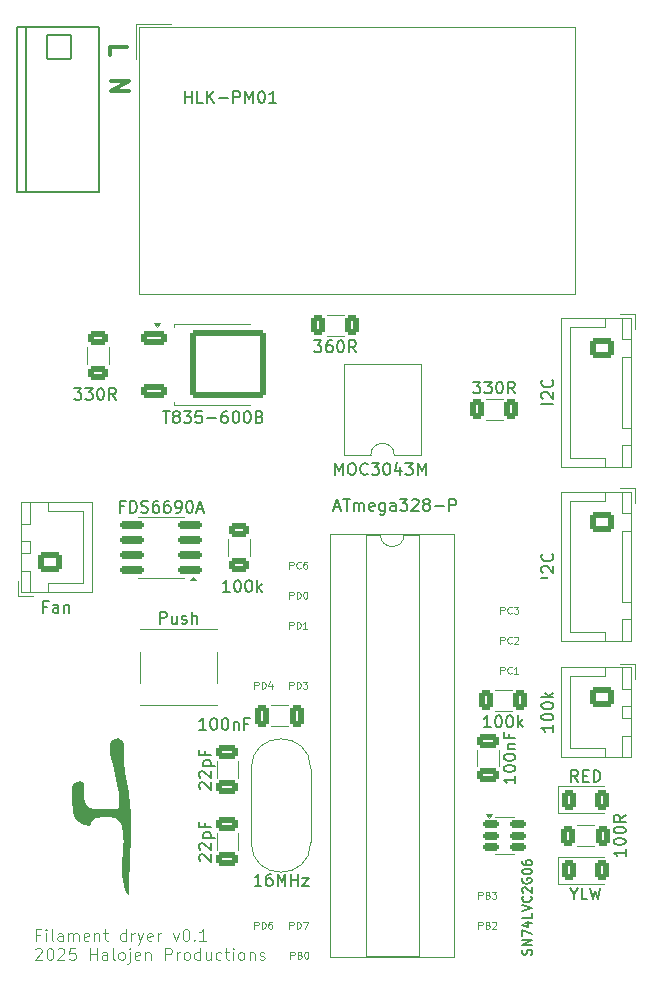
<source format=gto>
%TF.GenerationSoftware,KiCad,Pcbnew,8.0.6*%
%TF.CreationDate,2025-01-14T16:33:27+13:00*%
%TF.ProjectId,FilamentDryerController1,46696c61-6d65-46e7-9444-72796572436f,rev?*%
%TF.SameCoordinates,Original*%
%TF.FileFunction,Legend,Top*%
%TF.FilePolarity,Positive*%
%FSLAX46Y46*%
G04 Gerber Fmt 4.6, Leading zero omitted, Abs format (unit mm)*
G04 Created by KiCad (PCBNEW 8.0.6) date 2025-01-14 16:33:27*
%MOMM*%
%LPD*%
G01*
G04 APERTURE LIST*
G04 Aperture macros list*
%AMRoundRect*
0 Rectangle with rounded corners*
0 $1 Rounding radius*
0 $2 $3 $4 $5 $6 $7 $8 $9 X,Y pos of 4 corners*
0 Add a 4 corners polygon primitive as box body*
4,1,4,$2,$3,$4,$5,$6,$7,$8,$9,$2,$3,0*
0 Add four circle primitives for the rounded corners*
1,1,$1+$1,$2,$3*
1,1,$1+$1,$4,$5*
1,1,$1+$1,$6,$7*
1,1,$1+$1,$8,$9*
0 Add four rect primitives between the rounded corners*
20,1,$1+$1,$2,$3,$4,$5,0*
20,1,$1+$1,$4,$5,$6,$7,0*
20,1,$1+$1,$6,$7,$8,$9,0*
20,1,$1+$1,$8,$9,$2,$3,0*%
G04 Aperture macros list end*
%ADD10C,0.100000*%
%ADD11C,0.300000*%
%ADD12C,0.150000*%
%ADD13C,0.120000*%
%ADD14C,0.203200*%
%ADD15RoundRect,0.726600X-0.000010X-0.000010X0.000010X-0.000010X0.000010X0.000010X-0.000010X0.000010X0*%
%ADD16RoundRect,0.250000X-0.625000X0.312500X-0.625000X-0.312500X0.625000X-0.312500X0.625000X0.312500X0*%
%ADD17RoundRect,0.250000X0.750000X-0.600000X0.750000X0.600000X-0.750000X0.600000X-0.750000X-0.600000X0*%
%ADD18O,2.000000X1.700000*%
%ADD19RoundRect,0.250000X-0.650000X0.325000X-0.650000X-0.325000X0.650000X-0.325000X0.650000X0.325000X0*%
%ADD20R,2.000000X1.780000*%
%ADD21RoundRect,0.250000X-0.312500X-0.625000X0.312500X-0.625000X0.312500X0.625000X-0.312500X0.625000X0*%
%ADD22RoundRect,0.250000X-0.725000X0.600000X-0.725000X-0.600000X0.725000X-0.600000X0.725000X0.600000X0*%
%ADD23O,1.950000X1.700000*%
%ADD24RoundRect,0.250000X-0.750000X0.600000X-0.750000X-0.600000X0.750000X-0.600000X0.750000X0.600000X0*%
%ADD25RoundRect,0.250000X0.312500X0.625000X-0.312500X0.625000X-0.312500X-0.625000X0.312500X-0.625000X0*%
%ADD26C,1.500000*%
%ADD27R,1.550000X1.300000*%
%ADD28RoundRect,0.250000X-0.375000X-0.625000X0.375000X-0.625000X0.375000X0.625000X-0.375000X0.625000X0*%
%ADD29RoundRect,0.101600X-1.016000X1.016000X-1.016000X-1.016000X1.016000X-1.016000X1.016000X1.016000X0*%
%ADD30C,2.235200*%
%ADD31RoundRect,0.250000X-0.850000X-0.350000X0.850000X-0.350000X0.850000X0.350000X-0.850000X0.350000X0*%
%ADD32RoundRect,0.249997X-2.950003X-2.650003X2.950003X-2.650003X2.950003X2.650003X-2.950003X2.650003X0*%
%ADD33R,1.700000X2.000000*%
%ADD34O,1.700000X2.000000*%
%ADD35RoundRect,0.150000X-0.512500X-0.150000X0.512500X-0.150000X0.512500X0.150000X-0.512500X0.150000X0*%
%ADD36RoundRect,0.150000X0.825000X0.150000X-0.825000X0.150000X-0.825000X-0.150000X0.825000X-0.150000X0*%
%ADD37R,2.400000X1.600000*%
%ADD38O,2.400000X1.600000*%
%ADD39RoundRect,0.250000X0.650000X-0.325000X0.650000X0.325000X-0.650000X0.325000X-0.650000X-0.325000X0*%
%ADD40RoundRect,0.250000X0.325000X0.650000X-0.325000X0.650000X-0.325000X-0.650000X0.325000X-0.650000X0*%
%ADD41C,0.600000*%
G04 APERTURE END LIST*
D10*
G36*
X29459404Y-91797364D02*
G01*
X29459404Y-92043561D01*
X29457686Y-92434518D01*
X29452534Y-92826299D01*
X29443948Y-93218904D01*
X29431926Y-93612333D01*
X29416470Y-94006587D01*
X29410555Y-94138188D01*
X29392237Y-94539174D01*
X29373919Y-94952249D01*
X29355600Y-95377415D01*
X29337282Y-95814671D01*
X29318964Y-96264017D01*
X29312858Y-96416485D01*
X29296257Y-96858298D01*
X29283091Y-97263428D01*
X29272071Y-97689717D01*
X29265202Y-98115769D01*
X29264009Y-98348935D01*
X29034307Y-97979723D01*
X28869099Y-97576975D01*
X28814602Y-97379779D01*
X28738696Y-96956079D01*
X28699892Y-96526169D01*
X28690039Y-96144887D01*
X28698969Y-95729064D01*
X28720054Y-95306982D01*
X28749635Y-94868375D01*
X28753542Y-94816206D01*
X28784239Y-94394137D01*
X28809541Y-93988618D01*
X28817045Y-93774755D01*
X28808344Y-93335972D01*
X28777754Y-92923795D01*
X28702706Y-92508384D01*
X28677826Y-92428488D01*
X28473464Y-92041230D01*
X28097750Y-91740028D01*
X27583504Y-91628154D01*
X27529885Y-91627371D01*
X27034148Y-91642484D01*
X26541164Y-91715633D01*
X26479641Y-91734838D01*
X26108707Y-91996066D01*
X25932537Y-92377685D01*
X25440950Y-92312045D01*
X25016462Y-92088212D01*
X24736250Y-91746883D01*
X24713765Y-91705529D01*
X24570537Y-91309875D01*
X24497572Y-90907160D01*
X24466126Y-90489505D01*
X24462195Y-90259612D01*
X24469064Y-89861740D01*
X24474407Y-89685152D01*
X24487330Y-89292896D01*
X24489062Y-89167357D01*
X24523256Y-88964147D01*
X24559892Y-88825418D01*
X24872523Y-88665194D01*
X25119208Y-88626115D01*
X25426954Y-88749214D01*
X25468475Y-89003226D01*
X25483130Y-89259193D01*
X25483130Y-89558146D01*
X25494102Y-89968398D01*
X25541171Y-90359091D01*
X25595482Y-90535117D01*
X25883994Y-90854350D01*
X26381944Y-90994813D01*
X26562683Y-91002110D01*
X27067980Y-90990501D01*
X27192830Y-90984524D01*
X27696004Y-90961163D01*
X28198152Y-90943852D01*
X28243074Y-90943491D01*
X28396947Y-90830163D01*
X28409159Y-90447190D01*
X28438468Y-90060309D01*
X28419728Y-89657269D01*
X28371605Y-89264496D01*
X28293867Y-88839238D01*
X28201553Y-88440491D01*
X28103779Y-88051795D01*
X27988375Y-87578041D01*
X27890067Y-87155149D01*
X27791225Y-86698062D01*
X27707877Y-86254464D01*
X27656586Y-85841022D01*
X27654449Y-85769451D01*
X27681316Y-85538886D01*
X27752146Y-85259472D01*
X28059892Y-85032815D01*
X28326117Y-84999598D01*
X28731560Y-85189130D01*
X28814602Y-85486129D01*
X28829257Y-85828069D01*
X28821930Y-86052773D01*
X28817045Y-86287246D01*
X28836093Y-86707437D01*
X28880014Y-87136753D01*
X28940464Y-87582985D01*
X28978245Y-87828907D01*
X29048653Y-88274711D01*
X29118828Y-88726499D01*
X29178791Y-89118509D01*
X29238583Y-89514915D01*
X29298203Y-89915718D01*
X29352986Y-90309307D01*
X29402574Y-90744706D01*
X29436735Y-91154487D01*
X29456885Y-91591437D01*
X29459404Y-91797364D01*
G37*
D11*
X29264828Y-30179489D02*
X27764828Y-30179489D01*
X27764828Y-30179489D02*
X29264828Y-29322346D01*
X29264828Y-29322346D02*
X27764828Y-29322346D01*
X27631171Y-27176796D02*
X27631171Y-26462510D01*
X27631171Y-26462510D02*
X29131171Y-26462510D01*
D10*
X21719217Y-101624665D02*
X21385884Y-101624665D01*
X21385884Y-102148475D02*
X21385884Y-101148475D01*
X21385884Y-101148475D02*
X21862074Y-101148475D01*
X22243027Y-102148475D02*
X22243027Y-101481808D01*
X22243027Y-101148475D02*
X22195408Y-101196094D01*
X22195408Y-101196094D02*
X22243027Y-101243713D01*
X22243027Y-101243713D02*
X22290646Y-101196094D01*
X22290646Y-101196094D02*
X22243027Y-101148475D01*
X22243027Y-101148475D02*
X22243027Y-101243713D01*
X22862074Y-102148475D02*
X22766836Y-102100856D01*
X22766836Y-102100856D02*
X22719217Y-102005617D01*
X22719217Y-102005617D02*
X22719217Y-101148475D01*
X23671598Y-102148475D02*
X23671598Y-101624665D01*
X23671598Y-101624665D02*
X23623979Y-101529427D01*
X23623979Y-101529427D02*
X23528741Y-101481808D01*
X23528741Y-101481808D02*
X23338265Y-101481808D01*
X23338265Y-101481808D02*
X23243027Y-101529427D01*
X23671598Y-102100856D02*
X23576360Y-102148475D01*
X23576360Y-102148475D02*
X23338265Y-102148475D01*
X23338265Y-102148475D02*
X23243027Y-102100856D01*
X23243027Y-102100856D02*
X23195408Y-102005617D01*
X23195408Y-102005617D02*
X23195408Y-101910379D01*
X23195408Y-101910379D02*
X23243027Y-101815141D01*
X23243027Y-101815141D02*
X23338265Y-101767522D01*
X23338265Y-101767522D02*
X23576360Y-101767522D01*
X23576360Y-101767522D02*
X23671598Y-101719903D01*
X24147789Y-102148475D02*
X24147789Y-101481808D01*
X24147789Y-101577046D02*
X24195408Y-101529427D01*
X24195408Y-101529427D02*
X24290646Y-101481808D01*
X24290646Y-101481808D02*
X24433503Y-101481808D01*
X24433503Y-101481808D02*
X24528741Y-101529427D01*
X24528741Y-101529427D02*
X24576360Y-101624665D01*
X24576360Y-101624665D02*
X24576360Y-102148475D01*
X24576360Y-101624665D02*
X24623979Y-101529427D01*
X24623979Y-101529427D02*
X24719217Y-101481808D01*
X24719217Y-101481808D02*
X24862074Y-101481808D01*
X24862074Y-101481808D02*
X24957313Y-101529427D01*
X24957313Y-101529427D02*
X25004932Y-101624665D01*
X25004932Y-101624665D02*
X25004932Y-102148475D01*
X25862074Y-102100856D02*
X25766836Y-102148475D01*
X25766836Y-102148475D02*
X25576360Y-102148475D01*
X25576360Y-102148475D02*
X25481122Y-102100856D01*
X25481122Y-102100856D02*
X25433503Y-102005617D01*
X25433503Y-102005617D02*
X25433503Y-101624665D01*
X25433503Y-101624665D02*
X25481122Y-101529427D01*
X25481122Y-101529427D02*
X25576360Y-101481808D01*
X25576360Y-101481808D02*
X25766836Y-101481808D01*
X25766836Y-101481808D02*
X25862074Y-101529427D01*
X25862074Y-101529427D02*
X25909693Y-101624665D01*
X25909693Y-101624665D02*
X25909693Y-101719903D01*
X25909693Y-101719903D02*
X25433503Y-101815141D01*
X26338265Y-101481808D02*
X26338265Y-102148475D01*
X26338265Y-101577046D02*
X26385884Y-101529427D01*
X26385884Y-101529427D02*
X26481122Y-101481808D01*
X26481122Y-101481808D02*
X26623979Y-101481808D01*
X26623979Y-101481808D02*
X26719217Y-101529427D01*
X26719217Y-101529427D02*
X26766836Y-101624665D01*
X26766836Y-101624665D02*
X26766836Y-102148475D01*
X27100170Y-101481808D02*
X27481122Y-101481808D01*
X27243027Y-101148475D02*
X27243027Y-102005617D01*
X27243027Y-102005617D02*
X27290646Y-102100856D01*
X27290646Y-102100856D02*
X27385884Y-102148475D01*
X27385884Y-102148475D02*
X27481122Y-102148475D01*
X29004932Y-102148475D02*
X29004932Y-101148475D01*
X29004932Y-102100856D02*
X28909694Y-102148475D01*
X28909694Y-102148475D02*
X28719218Y-102148475D01*
X28719218Y-102148475D02*
X28623980Y-102100856D01*
X28623980Y-102100856D02*
X28576361Y-102053236D01*
X28576361Y-102053236D02*
X28528742Y-101957998D01*
X28528742Y-101957998D02*
X28528742Y-101672284D01*
X28528742Y-101672284D02*
X28576361Y-101577046D01*
X28576361Y-101577046D02*
X28623980Y-101529427D01*
X28623980Y-101529427D02*
X28719218Y-101481808D01*
X28719218Y-101481808D02*
X28909694Y-101481808D01*
X28909694Y-101481808D02*
X29004932Y-101529427D01*
X29481123Y-102148475D02*
X29481123Y-101481808D01*
X29481123Y-101672284D02*
X29528742Y-101577046D01*
X29528742Y-101577046D02*
X29576361Y-101529427D01*
X29576361Y-101529427D02*
X29671599Y-101481808D01*
X29671599Y-101481808D02*
X29766837Y-101481808D01*
X30004933Y-101481808D02*
X30243028Y-102148475D01*
X30481123Y-101481808D02*
X30243028Y-102148475D01*
X30243028Y-102148475D02*
X30147790Y-102386570D01*
X30147790Y-102386570D02*
X30100171Y-102434189D01*
X30100171Y-102434189D02*
X30004933Y-102481808D01*
X31243028Y-102100856D02*
X31147790Y-102148475D01*
X31147790Y-102148475D02*
X30957314Y-102148475D01*
X30957314Y-102148475D02*
X30862076Y-102100856D01*
X30862076Y-102100856D02*
X30814457Y-102005617D01*
X30814457Y-102005617D02*
X30814457Y-101624665D01*
X30814457Y-101624665D02*
X30862076Y-101529427D01*
X30862076Y-101529427D02*
X30957314Y-101481808D01*
X30957314Y-101481808D02*
X31147790Y-101481808D01*
X31147790Y-101481808D02*
X31243028Y-101529427D01*
X31243028Y-101529427D02*
X31290647Y-101624665D01*
X31290647Y-101624665D02*
X31290647Y-101719903D01*
X31290647Y-101719903D02*
X30814457Y-101815141D01*
X31719219Y-102148475D02*
X31719219Y-101481808D01*
X31719219Y-101672284D02*
X31766838Y-101577046D01*
X31766838Y-101577046D02*
X31814457Y-101529427D01*
X31814457Y-101529427D02*
X31909695Y-101481808D01*
X31909695Y-101481808D02*
X32004933Y-101481808D01*
X33004934Y-101481808D02*
X33243029Y-102148475D01*
X33243029Y-102148475D02*
X33481124Y-101481808D01*
X34052553Y-101148475D02*
X34147791Y-101148475D01*
X34147791Y-101148475D02*
X34243029Y-101196094D01*
X34243029Y-101196094D02*
X34290648Y-101243713D01*
X34290648Y-101243713D02*
X34338267Y-101338951D01*
X34338267Y-101338951D02*
X34385886Y-101529427D01*
X34385886Y-101529427D02*
X34385886Y-101767522D01*
X34385886Y-101767522D02*
X34338267Y-101957998D01*
X34338267Y-101957998D02*
X34290648Y-102053236D01*
X34290648Y-102053236D02*
X34243029Y-102100856D01*
X34243029Y-102100856D02*
X34147791Y-102148475D01*
X34147791Y-102148475D02*
X34052553Y-102148475D01*
X34052553Y-102148475D02*
X33957315Y-102100856D01*
X33957315Y-102100856D02*
X33909696Y-102053236D01*
X33909696Y-102053236D02*
X33862077Y-101957998D01*
X33862077Y-101957998D02*
X33814458Y-101767522D01*
X33814458Y-101767522D02*
X33814458Y-101529427D01*
X33814458Y-101529427D02*
X33862077Y-101338951D01*
X33862077Y-101338951D02*
X33909696Y-101243713D01*
X33909696Y-101243713D02*
X33957315Y-101196094D01*
X33957315Y-101196094D02*
X34052553Y-101148475D01*
X34814458Y-102053236D02*
X34862077Y-102100856D01*
X34862077Y-102100856D02*
X34814458Y-102148475D01*
X34814458Y-102148475D02*
X34766839Y-102100856D01*
X34766839Y-102100856D02*
X34814458Y-102053236D01*
X34814458Y-102053236D02*
X34814458Y-102148475D01*
X35814457Y-102148475D02*
X35243029Y-102148475D01*
X35528743Y-102148475D02*
X35528743Y-101148475D01*
X35528743Y-101148475D02*
X35433505Y-101291332D01*
X35433505Y-101291332D02*
X35338267Y-101386570D01*
X35338267Y-101386570D02*
X35243029Y-101434189D01*
X21338265Y-102853657D02*
X21385884Y-102806038D01*
X21385884Y-102806038D02*
X21481122Y-102758419D01*
X21481122Y-102758419D02*
X21719217Y-102758419D01*
X21719217Y-102758419D02*
X21814455Y-102806038D01*
X21814455Y-102806038D02*
X21862074Y-102853657D01*
X21862074Y-102853657D02*
X21909693Y-102948895D01*
X21909693Y-102948895D02*
X21909693Y-103044133D01*
X21909693Y-103044133D02*
X21862074Y-103186990D01*
X21862074Y-103186990D02*
X21290646Y-103758419D01*
X21290646Y-103758419D02*
X21909693Y-103758419D01*
X22528741Y-102758419D02*
X22623979Y-102758419D01*
X22623979Y-102758419D02*
X22719217Y-102806038D01*
X22719217Y-102806038D02*
X22766836Y-102853657D01*
X22766836Y-102853657D02*
X22814455Y-102948895D01*
X22814455Y-102948895D02*
X22862074Y-103139371D01*
X22862074Y-103139371D02*
X22862074Y-103377466D01*
X22862074Y-103377466D02*
X22814455Y-103567942D01*
X22814455Y-103567942D02*
X22766836Y-103663180D01*
X22766836Y-103663180D02*
X22719217Y-103710800D01*
X22719217Y-103710800D02*
X22623979Y-103758419D01*
X22623979Y-103758419D02*
X22528741Y-103758419D01*
X22528741Y-103758419D02*
X22433503Y-103710800D01*
X22433503Y-103710800D02*
X22385884Y-103663180D01*
X22385884Y-103663180D02*
X22338265Y-103567942D01*
X22338265Y-103567942D02*
X22290646Y-103377466D01*
X22290646Y-103377466D02*
X22290646Y-103139371D01*
X22290646Y-103139371D02*
X22338265Y-102948895D01*
X22338265Y-102948895D02*
X22385884Y-102853657D01*
X22385884Y-102853657D02*
X22433503Y-102806038D01*
X22433503Y-102806038D02*
X22528741Y-102758419D01*
X23243027Y-102853657D02*
X23290646Y-102806038D01*
X23290646Y-102806038D02*
X23385884Y-102758419D01*
X23385884Y-102758419D02*
X23623979Y-102758419D01*
X23623979Y-102758419D02*
X23719217Y-102806038D01*
X23719217Y-102806038D02*
X23766836Y-102853657D01*
X23766836Y-102853657D02*
X23814455Y-102948895D01*
X23814455Y-102948895D02*
X23814455Y-103044133D01*
X23814455Y-103044133D02*
X23766836Y-103186990D01*
X23766836Y-103186990D02*
X23195408Y-103758419D01*
X23195408Y-103758419D02*
X23814455Y-103758419D01*
X24719217Y-102758419D02*
X24243027Y-102758419D01*
X24243027Y-102758419D02*
X24195408Y-103234609D01*
X24195408Y-103234609D02*
X24243027Y-103186990D01*
X24243027Y-103186990D02*
X24338265Y-103139371D01*
X24338265Y-103139371D02*
X24576360Y-103139371D01*
X24576360Y-103139371D02*
X24671598Y-103186990D01*
X24671598Y-103186990D02*
X24719217Y-103234609D01*
X24719217Y-103234609D02*
X24766836Y-103329847D01*
X24766836Y-103329847D02*
X24766836Y-103567942D01*
X24766836Y-103567942D02*
X24719217Y-103663180D01*
X24719217Y-103663180D02*
X24671598Y-103710800D01*
X24671598Y-103710800D02*
X24576360Y-103758419D01*
X24576360Y-103758419D02*
X24338265Y-103758419D01*
X24338265Y-103758419D02*
X24243027Y-103710800D01*
X24243027Y-103710800D02*
X24195408Y-103663180D01*
X25957313Y-103758419D02*
X25957313Y-102758419D01*
X25957313Y-103234609D02*
X26528741Y-103234609D01*
X26528741Y-103758419D02*
X26528741Y-102758419D01*
X27433503Y-103758419D02*
X27433503Y-103234609D01*
X27433503Y-103234609D02*
X27385884Y-103139371D01*
X27385884Y-103139371D02*
X27290646Y-103091752D01*
X27290646Y-103091752D02*
X27100170Y-103091752D01*
X27100170Y-103091752D02*
X27004932Y-103139371D01*
X27433503Y-103710800D02*
X27338265Y-103758419D01*
X27338265Y-103758419D02*
X27100170Y-103758419D01*
X27100170Y-103758419D02*
X27004932Y-103710800D01*
X27004932Y-103710800D02*
X26957313Y-103615561D01*
X26957313Y-103615561D02*
X26957313Y-103520323D01*
X26957313Y-103520323D02*
X27004932Y-103425085D01*
X27004932Y-103425085D02*
X27100170Y-103377466D01*
X27100170Y-103377466D02*
X27338265Y-103377466D01*
X27338265Y-103377466D02*
X27433503Y-103329847D01*
X28052551Y-103758419D02*
X27957313Y-103710800D01*
X27957313Y-103710800D02*
X27909694Y-103615561D01*
X27909694Y-103615561D02*
X27909694Y-102758419D01*
X28576361Y-103758419D02*
X28481123Y-103710800D01*
X28481123Y-103710800D02*
X28433504Y-103663180D01*
X28433504Y-103663180D02*
X28385885Y-103567942D01*
X28385885Y-103567942D02*
X28385885Y-103282228D01*
X28385885Y-103282228D02*
X28433504Y-103186990D01*
X28433504Y-103186990D02*
X28481123Y-103139371D01*
X28481123Y-103139371D02*
X28576361Y-103091752D01*
X28576361Y-103091752D02*
X28719218Y-103091752D01*
X28719218Y-103091752D02*
X28814456Y-103139371D01*
X28814456Y-103139371D02*
X28862075Y-103186990D01*
X28862075Y-103186990D02*
X28909694Y-103282228D01*
X28909694Y-103282228D02*
X28909694Y-103567942D01*
X28909694Y-103567942D02*
X28862075Y-103663180D01*
X28862075Y-103663180D02*
X28814456Y-103710800D01*
X28814456Y-103710800D02*
X28719218Y-103758419D01*
X28719218Y-103758419D02*
X28576361Y-103758419D01*
X29338266Y-103091752D02*
X29338266Y-103948895D01*
X29338266Y-103948895D02*
X29290647Y-104044133D01*
X29290647Y-104044133D02*
X29195409Y-104091752D01*
X29195409Y-104091752D02*
X29147790Y-104091752D01*
X29338266Y-102758419D02*
X29290647Y-102806038D01*
X29290647Y-102806038D02*
X29338266Y-102853657D01*
X29338266Y-102853657D02*
X29385885Y-102806038D01*
X29385885Y-102806038D02*
X29338266Y-102758419D01*
X29338266Y-102758419D02*
X29338266Y-102853657D01*
X30195408Y-103710800D02*
X30100170Y-103758419D01*
X30100170Y-103758419D02*
X29909694Y-103758419D01*
X29909694Y-103758419D02*
X29814456Y-103710800D01*
X29814456Y-103710800D02*
X29766837Y-103615561D01*
X29766837Y-103615561D02*
X29766837Y-103234609D01*
X29766837Y-103234609D02*
X29814456Y-103139371D01*
X29814456Y-103139371D02*
X29909694Y-103091752D01*
X29909694Y-103091752D02*
X30100170Y-103091752D01*
X30100170Y-103091752D02*
X30195408Y-103139371D01*
X30195408Y-103139371D02*
X30243027Y-103234609D01*
X30243027Y-103234609D02*
X30243027Y-103329847D01*
X30243027Y-103329847D02*
X29766837Y-103425085D01*
X30671599Y-103091752D02*
X30671599Y-103758419D01*
X30671599Y-103186990D02*
X30719218Y-103139371D01*
X30719218Y-103139371D02*
X30814456Y-103091752D01*
X30814456Y-103091752D02*
X30957313Y-103091752D01*
X30957313Y-103091752D02*
X31052551Y-103139371D01*
X31052551Y-103139371D02*
X31100170Y-103234609D01*
X31100170Y-103234609D02*
X31100170Y-103758419D01*
X32338266Y-103758419D02*
X32338266Y-102758419D01*
X32338266Y-102758419D02*
X32719218Y-102758419D01*
X32719218Y-102758419D02*
X32814456Y-102806038D01*
X32814456Y-102806038D02*
X32862075Y-102853657D01*
X32862075Y-102853657D02*
X32909694Y-102948895D01*
X32909694Y-102948895D02*
X32909694Y-103091752D01*
X32909694Y-103091752D02*
X32862075Y-103186990D01*
X32862075Y-103186990D02*
X32814456Y-103234609D01*
X32814456Y-103234609D02*
X32719218Y-103282228D01*
X32719218Y-103282228D02*
X32338266Y-103282228D01*
X33338266Y-103758419D02*
X33338266Y-103091752D01*
X33338266Y-103282228D02*
X33385885Y-103186990D01*
X33385885Y-103186990D02*
X33433504Y-103139371D01*
X33433504Y-103139371D02*
X33528742Y-103091752D01*
X33528742Y-103091752D02*
X33623980Y-103091752D01*
X34100171Y-103758419D02*
X34004933Y-103710800D01*
X34004933Y-103710800D02*
X33957314Y-103663180D01*
X33957314Y-103663180D02*
X33909695Y-103567942D01*
X33909695Y-103567942D02*
X33909695Y-103282228D01*
X33909695Y-103282228D02*
X33957314Y-103186990D01*
X33957314Y-103186990D02*
X34004933Y-103139371D01*
X34004933Y-103139371D02*
X34100171Y-103091752D01*
X34100171Y-103091752D02*
X34243028Y-103091752D01*
X34243028Y-103091752D02*
X34338266Y-103139371D01*
X34338266Y-103139371D02*
X34385885Y-103186990D01*
X34385885Y-103186990D02*
X34433504Y-103282228D01*
X34433504Y-103282228D02*
X34433504Y-103567942D01*
X34433504Y-103567942D02*
X34385885Y-103663180D01*
X34385885Y-103663180D02*
X34338266Y-103710800D01*
X34338266Y-103710800D02*
X34243028Y-103758419D01*
X34243028Y-103758419D02*
X34100171Y-103758419D01*
X35290647Y-103758419D02*
X35290647Y-102758419D01*
X35290647Y-103710800D02*
X35195409Y-103758419D01*
X35195409Y-103758419D02*
X35004933Y-103758419D01*
X35004933Y-103758419D02*
X34909695Y-103710800D01*
X34909695Y-103710800D02*
X34862076Y-103663180D01*
X34862076Y-103663180D02*
X34814457Y-103567942D01*
X34814457Y-103567942D02*
X34814457Y-103282228D01*
X34814457Y-103282228D02*
X34862076Y-103186990D01*
X34862076Y-103186990D02*
X34909695Y-103139371D01*
X34909695Y-103139371D02*
X35004933Y-103091752D01*
X35004933Y-103091752D02*
X35195409Y-103091752D01*
X35195409Y-103091752D02*
X35290647Y-103139371D01*
X36195409Y-103091752D02*
X36195409Y-103758419D01*
X35766838Y-103091752D02*
X35766838Y-103615561D01*
X35766838Y-103615561D02*
X35814457Y-103710800D01*
X35814457Y-103710800D02*
X35909695Y-103758419D01*
X35909695Y-103758419D02*
X36052552Y-103758419D01*
X36052552Y-103758419D02*
X36147790Y-103710800D01*
X36147790Y-103710800D02*
X36195409Y-103663180D01*
X37100171Y-103710800D02*
X37004933Y-103758419D01*
X37004933Y-103758419D02*
X36814457Y-103758419D01*
X36814457Y-103758419D02*
X36719219Y-103710800D01*
X36719219Y-103710800D02*
X36671600Y-103663180D01*
X36671600Y-103663180D02*
X36623981Y-103567942D01*
X36623981Y-103567942D02*
X36623981Y-103282228D01*
X36623981Y-103282228D02*
X36671600Y-103186990D01*
X36671600Y-103186990D02*
X36719219Y-103139371D01*
X36719219Y-103139371D02*
X36814457Y-103091752D01*
X36814457Y-103091752D02*
X37004933Y-103091752D01*
X37004933Y-103091752D02*
X37100171Y-103139371D01*
X37385886Y-103091752D02*
X37766838Y-103091752D01*
X37528743Y-102758419D02*
X37528743Y-103615561D01*
X37528743Y-103615561D02*
X37576362Y-103710800D01*
X37576362Y-103710800D02*
X37671600Y-103758419D01*
X37671600Y-103758419D02*
X37766838Y-103758419D01*
X38100172Y-103758419D02*
X38100172Y-103091752D01*
X38100172Y-102758419D02*
X38052553Y-102806038D01*
X38052553Y-102806038D02*
X38100172Y-102853657D01*
X38100172Y-102853657D02*
X38147791Y-102806038D01*
X38147791Y-102806038D02*
X38100172Y-102758419D01*
X38100172Y-102758419D02*
X38100172Y-102853657D01*
X38719219Y-103758419D02*
X38623981Y-103710800D01*
X38623981Y-103710800D02*
X38576362Y-103663180D01*
X38576362Y-103663180D02*
X38528743Y-103567942D01*
X38528743Y-103567942D02*
X38528743Y-103282228D01*
X38528743Y-103282228D02*
X38576362Y-103186990D01*
X38576362Y-103186990D02*
X38623981Y-103139371D01*
X38623981Y-103139371D02*
X38719219Y-103091752D01*
X38719219Y-103091752D02*
X38862076Y-103091752D01*
X38862076Y-103091752D02*
X38957314Y-103139371D01*
X38957314Y-103139371D02*
X39004933Y-103186990D01*
X39004933Y-103186990D02*
X39052552Y-103282228D01*
X39052552Y-103282228D02*
X39052552Y-103567942D01*
X39052552Y-103567942D02*
X39004933Y-103663180D01*
X39004933Y-103663180D02*
X38957314Y-103710800D01*
X38957314Y-103710800D02*
X38862076Y-103758419D01*
X38862076Y-103758419D02*
X38719219Y-103758419D01*
X39481124Y-103091752D02*
X39481124Y-103758419D01*
X39481124Y-103186990D02*
X39528743Y-103139371D01*
X39528743Y-103139371D02*
X39623981Y-103091752D01*
X39623981Y-103091752D02*
X39766838Y-103091752D01*
X39766838Y-103091752D02*
X39862076Y-103139371D01*
X39862076Y-103139371D02*
X39909695Y-103234609D01*
X39909695Y-103234609D02*
X39909695Y-103758419D01*
X40338267Y-103710800D02*
X40433505Y-103758419D01*
X40433505Y-103758419D02*
X40623981Y-103758419D01*
X40623981Y-103758419D02*
X40719219Y-103710800D01*
X40719219Y-103710800D02*
X40766838Y-103615561D01*
X40766838Y-103615561D02*
X40766838Y-103567942D01*
X40766838Y-103567942D02*
X40719219Y-103472704D01*
X40719219Y-103472704D02*
X40623981Y-103425085D01*
X40623981Y-103425085D02*
X40481124Y-103425085D01*
X40481124Y-103425085D02*
X40385886Y-103377466D01*
X40385886Y-103377466D02*
X40338267Y-103282228D01*
X40338267Y-103282228D02*
X40338267Y-103234609D01*
X40338267Y-103234609D02*
X40385886Y-103139371D01*
X40385886Y-103139371D02*
X40481124Y-103091752D01*
X40481124Y-103091752D02*
X40623981Y-103091752D01*
X40623981Y-103091752D02*
X40719219Y-103139371D01*
X60725143Y-76980371D02*
X60725143Y-76380371D01*
X60725143Y-76380371D02*
X60953714Y-76380371D01*
X60953714Y-76380371D02*
X61010857Y-76408942D01*
X61010857Y-76408942D02*
X61039428Y-76437514D01*
X61039428Y-76437514D02*
X61068000Y-76494657D01*
X61068000Y-76494657D02*
X61068000Y-76580371D01*
X61068000Y-76580371D02*
X61039428Y-76637514D01*
X61039428Y-76637514D02*
X61010857Y-76666085D01*
X61010857Y-76666085D02*
X60953714Y-76694657D01*
X60953714Y-76694657D02*
X60725143Y-76694657D01*
X61668000Y-76923228D02*
X61639428Y-76951800D01*
X61639428Y-76951800D02*
X61553714Y-76980371D01*
X61553714Y-76980371D02*
X61496571Y-76980371D01*
X61496571Y-76980371D02*
X61410857Y-76951800D01*
X61410857Y-76951800D02*
X61353714Y-76894657D01*
X61353714Y-76894657D02*
X61325143Y-76837514D01*
X61325143Y-76837514D02*
X61296571Y-76723228D01*
X61296571Y-76723228D02*
X61296571Y-76637514D01*
X61296571Y-76637514D02*
X61325143Y-76523228D01*
X61325143Y-76523228D02*
X61353714Y-76466085D01*
X61353714Y-76466085D02*
X61410857Y-76408942D01*
X61410857Y-76408942D02*
X61496571Y-76380371D01*
X61496571Y-76380371D02*
X61553714Y-76380371D01*
X61553714Y-76380371D02*
X61639428Y-76408942D01*
X61639428Y-76408942D02*
X61668000Y-76437514D01*
X61896571Y-76437514D02*
X61925143Y-76408942D01*
X61925143Y-76408942D02*
X61982286Y-76380371D01*
X61982286Y-76380371D02*
X62125143Y-76380371D01*
X62125143Y-76380371D02*
X62182286Y-76408942D01*
X62182286Y-76408942D02*
X62210857Y-76437514D01*
X62210857Y-76437514D02*
X62239428Y-76494657D01*
X62239428Y-76494657D02*
X62239428Y-76551800D01*
X62239428Y-76551800D02*
X62210857Y-76637514D01*
X62210857Y-76637514D02*
X61868000Y-76980371D01*
X61868000Y-76980371D02*
X62239428Y-76980371D01*
X58862743Y-98570371D02*
X58862743Y-97970371D01*
X58862743Y-97970371D02*
X59091314Y-97970371D01*
X59091314Y-97970371D02*
X59148457Y-97998942D01*
X59148457Y-97998942D02*
X59177028Y-98027514D01*
X59177028Y-98027514D02*
X59205600Y-98084657D01*
X59205600Y-98084657D02*
X59205600Y-98170371D01*
X59205600Y-98170371D02*
X59177028Y-98227514D01*
X59177028Y-98227514D02*
X59148457Y-98256085D01*
X59148457Y-98256085D02*
X59091314Y-98284657D01*
X59091314Y-98284657D02*
X58862743Y-98284657D01*
X59662743Y-98256085D02*
X59748457Y-98284657D01*
X59748457Y-98284657D02*
X59777028Y-98313228D01*
X59777028Y-98313228D02*
X59805600Y-98370371D01*
X59805600Y-98370371D02*
X59805600Y-98456085D01*
X59805600Y-98456085D02*
X59777028Y-98513228D01*
X59777028Y-98513228D02*
X59748457Y-98541800D01*
X59748457Y-98541800D02*
X59691314Y-98570371D01*
X59691314Y-98570371D02*
X59462743Y-98570371D01*
X59462743Y-98570371D02*
X59462743Y-97970371D01*
X59462743Y-97970371D02*
X59662743Y-97970371D01*
X59662743Y-97970371D02*
X59719886Y-97998942D01*
X59719886Y-97998942D02*
X59748457Y-98027514D01*
X59748457Y-98027514D02*
X59777028Y-98084657D01*
X59777028Y-98084657D02*
X59777028Y-98141800D01*
X59777028Y-98141800D02*
X59748457Y-98198942D01*
X59748457Y-98198942D02*
X59719886Y-98227514D01*
X59719886Y-98227514D02*
X59662743Y-98256085D01*
X59662743Y-98256085D02*
X59462743Y-98256085D01*
X60005600Y-97970371D02*
X60377028Y-97970371D01*
X60377028Y-97970371D02*
X60177028Y-98198942D01*
X60177028Y-98198942D02*
X60262743Y-98198942D01*
X60262743Y-98198942D02*
X60319886Y-98227514D01*
X60319886Y-98227514D02*
X60348457Y-98256085D01*
X60348457Y-98256085D02*
X60377028Y-98313228D01*
X60377028Y-98313228D02*
X60377028Y-98456085D01*
X60377028Y-98456085D02*
X60348457Y-98513228D01*
X60348457Y-98513228D02*
X60319886Y-98541800D01*
X60319886Y-98541800D02*
X60262743Y-98570371D01*
X60262743Y-98570371D02*
X60091314Y-98570371D01*
X60091314Y-98570371D02*
X60034171Y-98541800D01*
X60034171Y-98541800D02*
X60005600Y-98513228D01*
X39897143Y-80790371D02*
X39897143Y-80190371D01*
X39897143Y-80190371D02*
X40125714Y-80190371D01*
X40125714Y-80190371D02*
X40182857Y-80218942D01*
X40182857Y-80218942D02*
X40211428Y-80247514D01*
X40211428Y-80247514D02*
X40240000Y-80304657D01*
X40240000Y-80304657D02*
X40240000Y-80390371D01*
X40240000Y-80390371D02*
X40211428Y-80447514D01*
X40211428Y-80447514D02*
X40182857Y-80476085D01*
X40182857Y-80476085D02*
X40125714Y-80504657D01*
X40125714Y-80504657D02*
X39897143Y-80504657D01*
X40497143Y-80790371D02*
X40497143Y-80190371D01*
X40497143Y-80190371D02*
X40640000Y-80190371D01*
X40640000Y-80190371D02*
X40725714Y-80218942D01*
X40725714Y-80218942D02*
X40782857Y-80276085D01*
X40782857Y-80276085D02*
X40811428Y-80333228D01*
X40811428Y-80333228D02*
X40840000Y-80447514D01*
X40840000Y-80447514D02*
X40840000Y-80533228D01*
X40840000Y-80533228D02*
X40811428Y-80647514D01*
X40811428Y-80647514D02*
X40782857Y-80704657D01*
X40782857Y-80704657D02*
X40725714Y-80761800D01*
X40725714Y-80761800D02*
X40640000Y-80790371D01*
X40640000Y-80790371D02*
X40497143Y-80790371D01*
X41354286Y-80390371D02*
X41354286Y-80790371D01*
X41211428Y-80161800D02*
X41068571Y-80590371D01*
X41068571Y-80590371D02*
X41440000Y-80590371D01*
X42862743Y-80790371D02*
X42862743Y-80190371D01*
X42862743Y-80190371D02*
X43091314Y-80190371D01*
X43091314Y-80190371D02*
X43148457Y-80218942D01*
X43148457Y-80218942D02*
X43177028Y-80247514D01*
X43177028Y-80247514D02*
X43205600Y-80304657D01*
X43205600Y-80304657D02*
X43205600Y-80390371D01*
X43205600Y-80390371D02*
X43177028Y-80447514D01*
X43177028Y-80447514D02*
X43148457Y-80476085D01*
X43148457Y-80476085D02*
X43091314Y-80504657D01*
X43091314Y-80504657D02*
X42862743Y-80504657D01*
X43462743Y-80790371D02*
X43462743Y-80190371D01*
X43462743Y-80190371D02*
X43605600Y-80190371D01*
X43605600Y-80190371D02*
X43691314Y-80218942D01*
X43691314Y-80218942D02*
X43748457Y-80276085D01*
X43748457Y-80276085D02*
X43777028Y-80333228D01*
X43777028Y-80333228D02*
X43805600Y-80447514D01*
X43805600Y-80447514D02*
X43805600Y-80533228D01*
X43805600Y-80533228D02*
X43777028Y-80647514D01*
X43777028Y-80647514D02*
X43748457Y-80704657D01*
X43748457Y-80704657D02*
X43691314Y-80761800D01*
X43691314Y-80761800D02*
X43605600Y-80790371D01*
X43605600Y-80790371D02*
X43462743Y-80790371D01*
X44005600Y-80190371D02*
X44377028Y-80190371D01*
X44377028Y-80190371D02*
X44177028Y-80418942D01*
X44177028Y-80418942D02*
X44262743Y-80418942D01*
X44262743Y-80418942D02*
X44319886Y-80447514D01*
X44319886Y-80447514D02*
X44348457Y-80476085D01*
X44348457Y-80476085D02*
X44377028Y-80533228D01*
X44377028Y-80533228D02*
X44377028Y-80676085D01*
X44377028Y-80676085D02*
X44348457Y-80733228D01*
X44348457Y-80733228D02*
X44319886Y-80761800D01*
X44319886Y-80761800D02*
X44262743Y-80790371D01*
X44262743Y-80790371D02*
X44091314Y-80790371D01*
X44091314Y-80790371D02*
X44034171Y-80761800D01*
X44034171Y-80761800D02*
X44005600Y-80733228D01*
D12*
X24630286Y-55334819D02*
X25249333Y-55334819D01*
X25249333Y-55334819D02*
X24916000Y-55715771D01*
X24916000Y-55715771D02*
X25058857Y-55715771D01*
X25058857Y-55715771D02*
X25154095Y-55763390D01*
X25154095Y-55763390D02*
X25201714Y-55811009D01*
X25201714Y-55811009D02*
X25249333Y-55906247D01*
X25249333Y-55906247D02*
X25249333Y-56144342D01*
X25249333Y-56144342D02*
X25201714Y-56239580D01*
X25201714Y-56239580D02*
X25154095Y-56287200D01*
X25154095Y-56287200D02*
X25058857Y-56334819D01*
X25058857Y-56334819D02*
X24773143Y-56334819D01*
X24773143Y-56334819D02*
X24677905Y-56287200D01*
X24677905Y-56287200D02*
X24630286Y-56239580D01*
X25582667Y-55334819D02*
X26201714Y-55334819D01*
X26201714Y-55334819D02*
X25868381Y-55715771D01*
X25868381Y-55715771D02*
X26011238Y-55715771D01*
X26011238Y-55715771D02*
X26106476Y-55763390D01*
X26106476Y-55763390D02*
X26154095Y-55811009D01*
X26154095Y-55811009D02*
X26201714Y-55906247D01*
X26201714Y-55906247D02*
X26201714Y-56144342D01*
X26201714Y-56144342D02*
X26154095Y-56239580D01*
X26154095Y-56239580D02*
X26106476Y-56287200D01*
X26106476Y-56287200D02*
X26011238Y-56334819D01*
X26011238Y-56334819D02*
X25725524Y-56334819D01*
X25725524Y-56334819D02*
X25630286Y-56287200D01*
X25630286Y-56287200D02*
X25582667Y-56239580D01*
X26820762Y-55334819D02*
X26916000Y-55334819D01*
X26916000Y-55334819D02*
X27011238Y-55382438D01*
X27011238Y-55382438D02*
X27058857Y-55430057D01*
X27058857Y-55430057D02*
X27106476Y-55525295D01*
X27106476Y-55525295D02*
X27154095Y-55715771D01*
X27154095Y-55715771D02*
X27154095Y-55953866D01*
X27154095Y-55953866D02*
X27106476Y-56144342D01*
X27106476Y-56144342D02*
X27058857Y-56239580D01*
X27058857Y-56239580D02*
X27011238Y-56287200D01*
X27011238Y-56287200D02*
X26916000Y-56334819D01*
X26916000Y-56334819D02*
X26820762Y-56334819D01*
X26820762Y-56334819D02*
X26725524Y-56287200D01*
X26725524Y-56287200D02*
X26677905Y-56239580D01*
X26677905Y-56239580D02*
X26630286Y-56144342D01*
X26630286Y-56144342D02*
X26582667Y-55953866D01*
X26582667Y-55953866D02*
X26582667Y-55715771D01*
X26582667Y-55715771D02*
X26630286Y-55525295D01*
X26630286Y-55525295D02*
X26677905Y-55430057D01*
X26677905Y-55430057D02*
X26725524Y-55382438D01*
X26725524Y-55382438D02*
X26820762Y-55334819D01*
X28154095Y-56334819D02*
X27820762Y-55858628D01*
X27582667Y-56334819D02*
X27582667Y-55334819D01*
X27582667Y-55334819D02*
X27963619Y-55334819D01*
X27963619Y-55334819D02*
X28058857Y-55382438D01*
X28058857Y-55382438D02*
X28106476Y-55430057D01*
X28106476Y-55430057D02*
X28154095Y-55525295D01*
X28154095Y-55525295D02*
X28154095Y-55668152D01*
X28154095Y-55668152D02*
X28106476Y-55763390D01*
X28106476Y-55763390D02*
X28058857Y-55811009D01*
X28058857Y-55811009D02*
X27963619Y-55858628D01*
X27963619Y-55858628D02*
X27582667Y-55858628D01*
X22352095Y-73845009D02*
X22018762Y-73845009D01*
X22018762Y-74368819D02*
X22018762Y-73368819D01*
X22018762Y-73368819D02*
X22494952Y-73368819D01*
X23304476Y-74368819D02*
X23304476Y-73845009D01*
X23304476Y-73845009D02*
X23256857Y-73749771D01*
X23256857Y-73749771D02*
X23161619Y-73702152D01*
X23161619Y-73702152D02*
X22971143Y-73702152D01*
X22971143Y-73702152D02*
X22875905Y-73749771D01*
X23304476Y-74321200D02*
X23209238Y-74368819D01*
X23209238Y-74368819D02*
X22971143Y-74368819D01*
X22971143Y-74368819D02*
X22875905Y-74321200D01*
X22875905Y-74321200D02*
X22828286Y-74225961D01*
X22828286Y-74225961D02*
X22828286Y-74130723D01*
X22828286Y-74130723D02*
X22875905Y-74035485D01*
X22875905Y-74035485D02*
X22971143Y-73987866D01*
X22971143Y-73987866D02*
X23209238Y-73987866D01*
X23209238Y-73987866D02*
X23304476Y-73940247D01*
X23780667Y-73702152D02*
X23780667Y-74368819D01*
X23780667Y-73797390D02*
X23828286Y-73749771D01*
X23828286Y-73749771D02*
X23923524Y-73702152D01*
X23923524Y-73702152D02*
X24066381Y-73702152D01*
X24066381Y-73702152D02*
X24161619Y-73749771D01*
X24161619Y-73749771D02*
X24209238Y-73845009D01*
X24209238Y-73845009D02*
X24209238Y-74368819D01*
X35305657Y-95383856D02*
X35258038Y-95336237D01*
X35258038Y-95336237D02*
X35210419Y-95240999D01*
X35210419Y-95240999D02*
X35210419Y-95002904D01*
X35210419Y-95002904D02*
X35258038Y-94907666D01*
X35258038Y-94907666D02*
X35305657Y-94860047D01*
X35305657Y-94860047D02*
X35400895Y-94812428D01*
X35400895Y-94812428D02*
X35496133Y-94812428D01*
X35496133Y-94812428D02*
X35638990Y-94860047D01*
X35638990Y-94860047D02*
X36210419Y-95431475D01*
X36210419Y-95431475D02*
X36210419Y-94812428D01*
X35305657Y-94431475D02*
X35258038Y-94383856D01*
X35258038Y-94383856D02*
X35210419Y-94288618D01*
X35210419Y-94288618D02*
X35210419Y-94050523D01*
X35210419Y-94050523D02*
X35258038Y-93955285D01*
X35258038Y-93955285D02*
X35305657Y-93907666D01*
X35305657Y-93907666D02*
X35400895Y-93860047D01*
X35400895Y-93860047D02*
X35496133Y-93860047D01*
X35496133Y-93860047D02*
X35638990Y-93907666D01*
X35638990Y-93907666D02*
X36210419Y-94479094D01*
X36210419Y-94479094D02*
X36210419Y-93860047D01*
X35543752Y-93431475D02*
X36543752Y-93431475D01*
X35591371Y-93431475D02*
X35543752Y-93336237D01*
X35543752Y-93336237D02*
X35543752Y-93145761D01*
X35543752Y-93145761D02*
X35591371Y-93050523D01*
X35591371Y-93050523D02*
X35638990Y-93002904D01*
X35638990Y-93002904D02*
X35734228Y-92955285D01*
X35734228Y-92955285D02*
X36019942Y-92955285D01*
X36019942Y-92955285D02*
X36115180Y-93002904D01*
X36115180Y-93002904D02*
X36162800Y-93050523D01*
X36162800Y-93050523D02*
X36210419Y-93145761D01*
X36210419Y-93145761D02*
X36210419Y-93336237D01*
X36210419Y-93336237D02*
X36162800Y-93431475D01*
X35686609Y-92193380D02*
X35686609Y-92526713D01*
X36210419Y-92526713D02*
X35210419Y-92526713D01*
X35210419Y-92526713D02*
X35210419Y-92050523D01*
X46712667Y-62684819D02*
X46712667Y-61684819D01*
X46712667Y-61684819D02*
X47046000Y-62399104D01*
X47046000Y-62399104D02*
X47379333Y-61684819D01*
X47379333Y-61684819D02*
X47379333Y-62684819D01*
X48046000Y-61684819D02*
X48236476Y-61684819D01*
X48236476Y-61684819D02*
X48331714Y-61732438D01*
X48331714Y-61732438D02*
X48426952Y-61827676D01*
X48426952Y-61827676D02*
X48474571Y-62018152D01*
X48474571Y-62018152D02*
X48474571Y-62351485D01*
X48474571Y-62351485D02*
X48426952Y-62541961D01*
X48426952Y-62541961D02*
X48331714Y-62637200D01*
X48331714Y-62637200D02*
X48236476Y-62684819D01*
X48236476Y-62684819D02*
X48046000Y-62684819D01*
X48046000Y-62684819D02*
X47950762Y-62637200D01*
X47950762Y-62637200D02*
X47855524Y-62541961D01*
X47855524Y-62541961D02*
X47807905Y-62351485D01*
X47807905Y-62351485D02*
X47807905Y-62018152D01*
X47807905Y-62018152D02*
X47855524Y-61827676D01*
X47855524Y-61827676D02*
X47950762Y-61732438D01*
X47950762Y-61732438D02*
X48046000Y-61684819D01*
X49474571Y-62589580D02*
X49426952Y-62637200D01*
X49426952Y-62637200D02*
X49284095Y-62684819D01*
X49284095Y-62684819D02*
X49188857Y-62684819D01*
X49188857Y-62684819D02*
X49046000Y-62637200D01*
X49046000Y-62637200D02*
X48950762Y-62541961D01*
X48950762Y-62541961D02*
X48903143Y-62446723D01*
X48903143Y-62446723D02*
X48855524Y-62256247D01*
X48855524Y-62256247D02*
X48855524Y-62113390D01*
X48855524Y-62113390D02*
X48903143Y-61922914D01*
X48903143Y-61922914D02*
X48950762Y-61827676D01*
X48950762Y-61827676D02*
X49046000Y-61732438D01*
X49046000Y-61732438D02*
X49188857Y-61684819D01*
X49188857Y-61684819D02*
X49284095Y-61684819D01*
X49284095Y-61684819D02*
X49426952Y-61732438D01*
X49426952Y-61732438D02*
X49474571Y-61780057D01*
X49807905Y-61684819D02*
X50426952Y-61684819D01*
X50426952Y-61684819D02*
X50093619Y-62065771D01*
X50093619Y-62065771D02*
X50236476Y-62065771D01*
X50236476Y-62065771D02*
X50331714Y-62113390D01*
X50331714Y-62113390D02*
X50379333Y-62161009D01*
X50379333Y-62161009D02*
X50426952Y-62256247D01*
X50426952Y-62256247D02*
X50426952Y-62494342D01*
X50426952Y-62494342D02*
X50379333Y-62589580D01*
X50379333Y-62589580D02*
X50331714Y-62637200D01*
X50331714Y-62637200D02*
X50236476Y-62684819D01*
X50236476Y-62684819D02*
X49950762Y-62684819D01*
X49950762Y-62684819D02*
X49855524Y-62637200D01*
X49855524Y-62637200D02*
X49807905Y-62589580D01*
X51046000Y-61684819D02*
X51141238Y-61684819D01*
X51141238Y-61684819D02*
X51236476Y-61732438D01*
X51236476Y-61732438D02*
X51284095Y-61780057D01*
X51284095Y-61780057D02*
X51331714Y-61875295D01*
X51331714Y-61875295D02*
X51379333Y-62065771D01*
X51379333Y-62065771D02*
X51379333Y-62303866D01*
X51379333Y-62303866D02*
X51331714Y-62494342D01*
X51331714Y-62494342D02*
X51284095Y-62589580D01*
X51284095Y-62589580D02*
X51236476Y-62637200D01*
X51236476Y-62637200D02*
X51141238Y-62684819D01*
X51141238Y-62684819D02*
X51046000Y-62684819D01*
X51046000Y-62684819D02*
X50950762Y-62637200D01*
X50950762Y-62637200D02*
X50903143Y-62589580D01*
X50903143Y-62589580D02*
X50855524Y-62494342D01*
X50855524Y-62494342D02*
X50807905Y-62303866D01*
X50807905Y-62303866D02*
X50807905Y-62065771D01*
X50807905Y-62065771D02*
X50855524Y-61875295D01*
X50855524Y-61875295D02*
X50903143Y-61780057D01*
X50903143Y-61780057D02*
X50950762Y-61732438D01*
X50950762Y-61732438D02*
X51046000Y-61684819D01*
X52236476Y-62018152D02*
X52236476Y-62684819D01*
X51998381Y-61637200D02*
X51760286Y-62351485D01*
X51760286Y-62351485D02*
X52379333Y-62351485D01*
X52665048Y-61684819D02*
X53284095Y-61684819D01*
X53284095Y-61684819D02*
X52950762Y-62065771D01*
X52950762Y-62065771D02*
X53093619Y-62065771D01*
X53093619Y-62065771D02*
X53188857Y-62113390D01*
X53188857Y-62113390D02*
X53236476Y-62161009D01*
X53236476Y-62161009D02*
X53284095Y-62256247D01*
X53284095Y-62256247D02*
X53284095Y-62494342D01*
X53284095Y-62494342D02*
X53236476Y-62589580D01*
X53236476Y-62589580D02*
X53188857Y-62637200D01*
X53188857Y-62637200D02*
X53093619Y-62684819D01*
X53093619Y-62684819D02*
X52807905Y-62684819D01*
X52807905Y-62684819D02*
X52712667Y-62637200D01*
X52712667Y-62637200D02*
X52665048Y-62589580D01*
X53712667Y-62684819D02*
X53712667Y-61684819D01*
X53712667Y-61684819D02*
X54046000Y-62399104D01*
X54046000Y-62399104D02*
X54379333Y-61684819D01*
X54379333Y-61684819D02*
X54379333Y-62684819D01*
D10*
X42862743Y-101110371D02*
X42862743Y-100510371D01*
X42862743Y-100510371D02*
X43091314Y-100510371D01*
X43091314Y-100510371D02*
X43148457Y-100538942D01*
X43148457Y-100538942D02*
X43177028Y-100567514D01*
X43177028Y-100567514D02*
X43205600Y-100624657D01*
X43205600Y-100624657D02*
X43205600Y-100710371D01*
X43205600Y-100710371D02*
X43177028Y-100767514D01*
X43177028Y-100767514D02*
X43148457Y-100796085D01*
X43148457Y-100796085D02*
X43091314Y-100824657D01*
X43091314Y-100824657D02*
X42862743Y-100824657D01*
X43462743Y-101110371D02*
X43462743Y-100510371D01*
X43462743Y-100510371D02*
X43605600Y-100510371D01*
X43605600Y-100510371D02*
X43691314Y-100538942D01*
X43691314Y-100538942D02*
X43748457Y-100596085D01*
X43748457Y-100596085D02*
X43777028Y-100653228D01*
X43777028Y-100653228D02*
X43805600Y-100767514D01*
X43805600Y-100767514D02*
X43805600Y-100853228D01*
X43805600Y-100853228D02*
X43777028Y-100967514D01*
X43777028Y-100967514D02*
X43748457Y-101024657D01*
X43748457Y-101024657D02*
X43691314Y-101081800D01*
X43691314Y-101081800D02*
X43605600Y-101110371D01*
X43605600Y-101110371D02*
X43462743Y-101110371D01*
X44005600Y-100510371D02*
X44405600Y-100510371D01*
X44405600Y-100510371D02*
X44148457Y-101110371D01*
X60725143Y-79520371D02*
X60725143Y-78920371D01*
X60725143Y-78920371D02*
X60953714Y-78920371D01*
X60953714Y-78920371D02*
X61010857Y-78948942D01*
X61010857Y-78948942D02*
X61039428Y-78977514D01*
X61039428Y-78977514D02*
X61068000Y-79034657D01*
X61068000Y-79034657D02*
X61068000Y-79120371D01*
X61068000Y-79120371D02*
X61039428Y-79177514D01*
X61039428Y-79177514D02*
X61010857Y-79206085D01*
X61010857Y-79206085D02*
X60953714Y-79234657D01*
X60953714Y-79234657D02*
X60725143Y-79234657D01*
X61668000Y-79463228D02*
X61639428Y-79491800D01*
X61639428Y-79491800D02*
X61553714Y-79520371D01*
X61553714Y-79520371D02*
X61496571Y-79520371D01*
X61496571Y-79520371D02*
X61410857Y-79491800D01*
X61410857Y-79491800D02*
X61353714Y-79434657D01*
X61353714Y-79434657D02*
X61325143Y-79377514D01*
X61325143Y-79377514D02*
X61296571Y-79263228D01*
X61296571Y-79263228D02*
X61296571Y-79177514D01*
X61296571Y-79177514D02*
X61325143Y-79063228D01*
X61325143Y-79063228D02*
X61353714Y-79006085D01*
X61353714Y-79006085D02*
X61410857Y-78948942D01*
X61410857Y-78948942D02*
X61496571Y-78920371D01*
X61496571Y-78920371D02*
X61553714Y-78920371D01*
X61553714Y-78920371D02*
X61639428Y-78948942D01*
X61639428Y-78948942D02*
X61668000Y-78977514D01*
X62239428Y-79520371D02*
X61896571Y-79520371D01*
X62068000Y-79520371D02*
X62068000Y-78920371D01*
X62068000Y-78920371D02*
X62010857Y-79006085D01*
X62010857Y-79006085D02*
X61953714Y-79063228D01*
X61953714Y-79063228D02*
X61896571Y-79091800D01*
X42862743Y-75710371D02*
X42862743Y-75110371D01*
X42862743Y-75110371D02*
X43091314Y-75110371D01*
X43091314Y-75110371D02*
X43148457Y-75138942D01*
X43148457Y-75138942D02*
X43177028Y-75167514D01*
X43177028Y-75167514D02*
X43205600Y-75224657D01*
X43205600Y-75224657D02*
X43205600Y-75310371D01*
X43205600Y-75310371D02*
X43177028Y-75367514D01*
X43177028Y-75367514D02*
X43148457Y-75396085D01*
X43148457Y-75396085D02*
X43091314Y-75424657D01*
X43091314Y-75424657D02*
X42862743Y-75424657D01*
X43462743Y-75710371D02*
X43462743Y-75110371D01*
X43462743Y-75110371D02*
X43605600Y-75110371D01*
X43605600Y-75110371D02*
X43691314Y-75138942D01*
X43691314Y-75138942D02*
X43748457Y-75196085D01*
X43748457Y-75196085D02*
X43777028Y-75253228D01*
X43777028Y-75253228D02*
X43805600Y-75367514D01*
X43805600Y-75367514D02*
X43805600Y-75453228D01*
X43805600Y-75453228D02*
X43777028Y-75567514D01*
X43777028Y-75567514D02*
X43748457Y-75624657D01*
X43748457Y-75624657D02*
X43691314Y-75681800D01*
X43691314Y-75681800D02*
X43605600Y-75710371D01*
X43605600Y-75710371D02*
X43462743Y-75710371D01*
X44377028Y-75710371D02*
X44034171Y-75710371D01*
X44205600Y-75710371D02*
X44205600Y-75110371D01*
X44205600Y-75110371D02*
X44148457Y-75196085D01*
X44148457Y-75196085D02*
X44091314Y-75253228D01*
X44091314Y-75253228D02*
X44034171Y-75281800D01*
X42862743Y-70630371D02*
X42862743Y-70030371D01*
X42862743Y-70030371D02*
X43091314Y-70030371D01*
X43091314Y-70030371D02*
X43148457Y-70058942D01*
X43148457Y-70058942D02*
X43177028Y-70087514D01*
X43177028Y-70087514D02*
X43205600Y-70144657D01*
X43205600Y-70144657D02*
X43205600Y-70230371D01*
X43205600Y-70230371D02*
X43177028Y-70287514D01*
X43177028Y-70287514D02*
X43148457Y-70316085D01*
X43148457Y-70316085D02*
X43091314Y-70344657D01*
X43091314Y-70344657D02*
X42862743Y-70344657D01*
X43805600Y-70573228D02*
X43777028Y-70601800D01*
X43777028Y-70601800D02*
X43691314Y-70630371D01*
X43691314Y-70630371D02*
X43634171Y-70630371D01*
X43634171Y-70630371D02*
X43548457Y-70601800D01*
X43548457Y-70601800D02*
X43491314Y-70544657D01*
X43491314Y-70544657D02*
X43462743Y-70487514D01*
X43462743Y-70487514D02*
X43434171Y-70373228D01*
X43434171Y-70373228D02*
X43434171Y-70287514D01*
X43434171Y-70287514D02*
X43462743Y-70173228D01*
X43462743Y-70173228D02*
X43491314Y-70116085D01*
X43491314Y-70116085D02*
X43548457Y-70058942D01*
X43548457Y-70058942D02*
X43634171Y-70030371D01*
X43634171Y-70030371D02*
X43691314Y-70030371D01*
X43691314Y-70030371D02*
X43777028Y-70058942D01*
X43777028Y-70058942D02*
X43805600Y-70087514D01*
X44319886Y-70030371D02*
X44205600Y-70030371D01*
X44205600Y-70030371D02*
X44148457Y-70058942D01*
X44148457Y-70058942D02*
X44119886Y-70087514D01*
X44119886Y-70087514D02*
X44062743Y-70173228D01*
X44062743Y-70173228D02*
X44034171Y-70287514D01*
X44034171Y-70287514D02*
X44034171Y-70516085D01*
X44034171Y-70516085D02*
X44062743Y-70573228D01*
X44062743Y-70573228D02*
X44091314Y-70601800D01*
X44091314Y-70601800D02*
X44148457Y-70630371D01*
X44148457Y-70630371D02*
X44262743Y-70630371D01*
X44262743Y-70630371D02*
X44319886Y-70601800D01*
X44319886Y-70601800D02*
X44348457Y-70573228D01*
X44348457Y-70573228D02*
X44377028Y-70516085D01*
X44377028Y-70516085D02*
X44377028Y-70373228D01*
X44377028Y-70373228D02*
X44348457Y-70316085D01*
X44348457Y-70316085D02*
X44319886Y-70287514D01*
X44319886Y-70287514D02*
X44262743Y-70258942D01*
X44262743Y-70258942D02*
X44148457Y-70258942D01*
X44148457Y-70258942D02*
X44091314Y-70287514D01*
X44091314Y-70287514D02*
X44062743Y-70316085D01*
X44062743Y-70316085D02*
X44034171Y-70373228D01*
D12*
X59888571Y-84062819D02*
X59317143Y-84062819D01*
X59602857Y-84062819D02*
X59602857Y-83062819D01*
X59602857Y-83062819D02*
X59507619Y-83205676D01*
X59507619Y-83205676D02*
X59412381Y-83300914D01*
X59412381Y-83300914D02*
X59317143Y-83348533D01*
X60507619Y-83062819D02*
X60602857Y-83062819D01*
X60602857Y-83062819D02*
X60698095Y-83110438D01*
X60698095Y-83110438D02*
X60745714Y-83158057D01*
X60745714Y-83158057D02*
X60793333Y-83253295D01*
X60793333Y-83253295D02*
X60840952Y-83443771D01*
X60840952Y-83443771D02*
X60840952Y-83681866D01*
X60840952Y-83681866D02*
X60793333Y-83872342D01*
X60793333Y-83872342D02*
X60745714Y-83967580D01*
X60745714Y-83967580D02*
X60698095Y-84015200D01*
X60698095Y-84015200D02*
X60602857Y-84062819D01*
X60602857Y-84062819D02*
X60507619Y-84062819D01*
X60507619Y-84062819D02*
X60412381Y-84015200D01*
X60412381Y-84015200D02*
X60364762Y-83967580D01*
X60364762Y-83967580D02*
X60317143Y-83872342D01*
X60317143Y-83872342D02*
X60269524Y-83681866D01*
X60269524Y-83681866D02*
X60269524Y-83443771D01*
X60269524Y-83443771D02*
X60317143Y-83253295D01*
X60317143Y-83253295D02*
X60364762Y-83158057D01*
X60364762Y-83158057D02*
X60412381Y-83110438D01*
X60412381Y-83110438D02*
X60507619Y-83062819D01*
X61460000Y-83062819D02*
X61555238Y-83062819D01*
X61555238Y-83062819D02*
X61650476Y-83110438D01*
X61650476Y-83110438D02*
X61698095Y-83158057D01*
X61698095Y-83158057D02*
X61745714Y-83253295D01*
X61745714Y-83253295D02*
X61793333Y-83443771D01*
X61793333Y-83443771D02*
X61793333Y-83681866D01*
X61793333Y-83681866D02*
X61745714Y-83872342D01*
X61745714Y-83872342D02*
X61698095Y-83967580D01*
X61698095Y-83967580D02*
X61650476Y-84015200D01*
X61650476Y-84015200D02*
X61555238Y-84062819D01*
X61555238Y-84062819D02*
X61460000Y-84062819D01*
X61460000Y-84062819D02*
X61364762Y-84015200D01*
X61364762Y-84015200D02*
X61317143Y-83967580D01*
X61317143Y-83967580D02*
X61269524Y-83872342D01*
X61269524Y-83872342D02*
X61221905Y-83681866D01*
X61221905Y-83681866D02*
X61221905Y-83443771D01*
X61221905Y-83443771D02*
X61269524Y-83253295D01*
X61269524Y-83253295D02*
X61317143Y-83158057D01*
X61317143Y-83158057D02*
X61364762Y-83110438D01*
X61364762Y-83110438D02*
X61460000Y-83062819D01*
X62221905Y-84062819D02*
X62221905Y-83062819D01*
X62317143Y-83681866D02*
X62602857Y-84062819D01*
X62602857Y-83396152D02*
X62221905Y-83777104D01*
X65196819Y-56662189D02*
X64196819Y-56662189D01*
X64292057Y-56233618D02*
X64244438Y-56185999D01*
X64244438Y-56185999D02*
X64196819Y-56090761D01*
X64196819Y-56090761D02*
X64196819Y-55852666D01*
X64196819Y-55852666D02*
X64244438Y-55757428D01*
X64244438Y-55757428D02*
X64292057Y-55709809D01*
X64292057Y-55709809D02*
X64387295Y-55662190D01*
X64387295Y-55662190D02*
X64482533Y-55662190D01*
X64482533Y-55662190D02*
X64625390Y-55709809D01*
X64625390Y-55709809D02*
X65196819Y-56281237D01*
X65196819Y-56281237D02*
X65196819Y-55662190D01*
X65101580Y-54662190D02*
X65149200Y-54709809D01*
X65149200Y-54709809D02*
X65196819Y-54852666D01*
X65196819Y-54852666D02*
X65196819Y-54947904D01*
X65196819Y-54947904D02*
X65149200Y-55090761D01*
X65149200Y-55090761D02*
X65053961Y-55185999D01*
X65053961Y-55185999D02*
X64958723Y-55233618D01*
X64958723Y-55233618D02*
X64768247Y-55281237D01*
X64768247Y-55281237D02*
X64625390Y-55281237D01*
X64625390Y-55281237D02*
X64434914Y-55233618D01*
X64434914Y-55233618D02*
X64339676Y-55185999D01*
X64339676Y-55185999D02*
X64244438Y-55090761D01*
X64244438Y-55090761D02*
X64196819Y-54947904D01*
X64196819Y-54947904D02*
X64196819Y-54852666D01*
X64196819Y-54852666D02*
X64244438Y-54709809D01*
X64244438Y-54709809D02*
X64292057Y-54662190D01*
X65196819Y-83855428D02*
X65196819Y-84426856D01*
X65196819Y-84141142D02*
X64196819Y-84141142D01*
X64196819Y-84141142D02*
X64339676Y-84236380D01*
X64339676Y-84236380D02*
X64434914Y-84331618D01*
X64434914Y-84331618D02*
X64482533Y-84426856D01*
X64196819Y-83236380D02*
X64196819Y-83141142D01*
X64196819Y-83141142D02*
X64244438Y-83045904D01*
X64244438Y-83045904D02*
X64292057Y-82998285D01*
X64292057Y-82998285D02*
X64387295Y-82950666D01*
X64387295Y-82950666D02*
X64577771Y-82903047D01*
X64577771Y-82903047D02*
X64815866Y-82903047D01*
X64815866Y-82903047D02*
X65006342Y-82950666D01*
X65006342Y-82950666D02*
X65101580Y-82998285D01*
X65101580Y-82998285D02*
X65149200Y-83045904D01*
X65149200Y-83045904D02*
X65196819Y-83141142D01*
X65196819Y-83141142D02*
X65196819Y-83236380D01*
X65196819Y-83236380D02*
X65149200Y-83331618D01*
X65149200Y-83331618D02*
X65101580Y-83379237D01*
X65101580Y-83379237D02*
X65006342Y-83426856D01*
X65006342Y-83426856D02*
X64815866Y-83474475D01*
X64815866Y-83474475D02*
X64577771Y-83474475D01*
X64577771Y-83474475D02*
X64387295Y-83426856D01*
X64387295Y-83426856D02*
X64292057Y-83379237D01*
X64292057Y-83379237D02*
X64244438Y-83331618D01*
X64244438Y-83331618D02*
X64196819Y-83236380D01*
X64196819Y-82283999D02*
X64196819Y-82188761D01*
X64196819Y-82188761D02*
X64244438Y-82093523D01*
X64244438Y-82093523D02*
X64292057Y-82045904D01*
X64292057Y-82045904D02*
X64387295Y-81998285D01*
X64387295Y-81998285D02*
X64577771Y-81950666D01*
X64577771Y-81950666D02*
X64815866Y-81950666D01*
X64815866Y-81950666D02*
X65006342Y-81998285D01*
X65006342Y-81998285D02*
X65101580Y-82045904D01*
X65101580Y-82045904D02*
X65149200Y-82093523D01*
X65149200Y-82093523D02*
X65196819Y-82188761D01*
X65196819Y-82188761D02*
X65196819Y-82283999D01*
X65196819Y-82283999D02*
X65149200Y-82379237D01*
X65149200Y-82379237D02*
X65101580Y-82426856D01*
X65101580Y-82426856D02*
X65006342Y-82474475D01*
X65006342Y-82474475D02*
X64815866Y-82522094D01*
X64815866Y-82522094D02*
X64577771Y-82522094D01*
X64577771Y-82522094D02*
X64387295Y-82474475D01*
X64387295Y-82474475D02*
X64292057Y-82426856D01*
X64292057Y-82426856D02*
X64244438Y-82379237D01*
X64244438Y-82379237D02*
X64196819Y-82283999D01*
X65196819Y-81522094D02*
X64196819Y-81522094D01*
X64815866Y-81426856D02*
X65196819Y-81141142D01*
X64530152Y-81141142D02*
X64911104Y-81522094D01*
D10*
X60725143Y-74440371D02*
X60725143Y-73840371D01*
X60725143Y-73840371D02*
X60953714Y-73840371D01*
X60953714Y-73840371D02*
X61010857Y-73868942D01*
X61010857Y-73868942D02*
X61039428Y-73897514D01*
X61039428Y-73897514D02*
X61068000Y-73954657D01*
X61068000Y-73954657D02*
X61068000Y-74040371D01*
X61068000Y-74040371D02*
X61039428Y-74097514D01*
X61039428Y-74097514D02*
X61010857Y-74126085D01*
X61010857Y-74126085D02*
X60953714Y-74154657D01*
X60953714Y-74154657D02*
X60725143Y-74154657D01*
X61668000Y-74383228D02*
X61639428Y-74411800D01*
X61639428Y-74411800D02*
X61553714Y-74440371D01*
X61553714Y-74440371D02*
X61496571Y-74440371D01*
X61496571Y-74440371D02*
X61410857Y-74411800D01*
X61410857Y-74411800D02*
X61353714Y-74354657D01*
X61353714Y-74354657D02*
X61325143Y-74297514D01*
X61325143Y-74297514D02*
X61296571Y-74183228D01*
X61296571Y-74183228D02*
X61296571Y-74097514D01*
X61296571Y-74097514D02*
X61325143Y-73983228D01*
X61325143Y-73983228D02*
X61353714Y-73926085D01*
X61353714Y-73926085D02*
X61410857Y-73868942D01*
X61410857Y-73868942D02*
X61496571Y-73840371D01*
X61496571Y-73840371D02*
X61553714Y-73840371D01*
X61553714Y-73840371D02*
X61639428Y-73868942D01*
X61639428Y-73868942D02*
X61668000Y-73897514D01*
X61868000Y-73840371D02*
X62239428Y-73840371D01*
X62239428Y-73840371D02*
X62039428Y-74068942D01*
X62039428Y-74068942D02*
X62125143Y-74068942D01*
X62125143Y-74068942D02*
X62182286Y-74097514D01*
X62182286Y-74097514D02*
X62210857Y-74126085D01*
X62210857Y-74126085D02*
X62239428Y-74183228D01*
X62239428Y-74183228D02*
X62239428Y-74326085D01*
X62239428Y-74326085D02*
X62210857Y-74383228D01*
X62210857Y-74383228D02*
X62182286Y-74411800D01*
X62182286Y-74411800D02*
X62125143Y-74440371D01*
X62125143Y-74440371D02*
X61953714Y-74440371D01*
X61953714Y-74440371D02*
X61896571Y-74411800D01*
X61896571Y-74411800D02*
X61868000Y-74383228D01*
D12*
X71320819Y-94384666D02*
X71320819Y-94956094D01*
X71320819Y-94670380D02*
X70320819Y-94670380D01*
X70320819Y-94670380D02*
X70463676Y-94765618D01*
X70463676Y-94765618D02*
X70558914Y-94860856D01*
X70558914Y-94860856D02*
X70606533Y-94956094D01*
X70320819Y-93765618D02*
X70320819Y-93670380D01*
X70320819Y-93670380D02*
X70368438Y-93575142D01*
X70368438Y-93575142D02*
X70416057Y-93527523D01*
X70416057Y-93527523D02*
X70511295Y-93479904D01*
X70511295Y-93479904D02*
X70701771Y-93432285D01*
X70701771Y-93432285D02*
X70939866Y-93432285D01*
X70939866Y-93432285D02*
X71130342Y-93479904D01*
X71130342Y-93479904D02*
X71225580Y-93527523D01*
X71225580Y-93527523D02*
X71273200Y-93575142D01*
X71273200Y-93575142D02*
X71320819Y-93670380D01*
X71320819Y-93670380D02*
X71320819Y-93765618D01*
X71320819Y-93765618D02*
X71273200Y-93860856D01*
X71273200Y-93860856D02*
X71225580Y-93908475D01*
X71225580Y-93908475D02*
X71130342Y-93956094D01*
X71130342Y-93956094D02*
X70939866Y-94003713D01*
X70939866Y-94003713D02*
X70701771Y-94003713D01*
X70701771Y-94003713D02*
X70511295Y-93956094D01*
X70511295Y-93956094D02*
X70416057Y-93908475D01*
X70416057Y-93908475D02*
X70368438Y-93860856D01*
X70368438Y-93860856D02*
X70320819Y-93765618D01*
X70320819Y-92813237D02*
X70320819Y-92717999D01*
X70320819Y-92717999D02*
X70368438Y-92622761D01*
X70368438Y-92622761D02*
X70416057Y-92575142D01*
X70416057Y-92575142D02*
X70511295Y-92527523D01*
X70511295Y-92527523D02*
X70701771Y-92479904D01*
X70701771Y-92479904D02*
X70939866Y-92479904D01*
X70939866Y-92479904D02*
X71130342Y-92527523D01*
X71130342Y-92527523D02*
X71225580Y-92575142D01*
X71225580Y-92575142D02*
X71273200Y-92622761D01*
X71273200Y-92622761D02*
X71320819Y-92717999D01*
X71320819Y-92717999D02*
X71320819Y-92813237D01*
X71320819Y-92813237D02*
X71273200Y-92908475D01*
X71273200Y-92908475D02*
X71225580Y-92956094D01*
X71225580Y-92956094D02*
X71130342Y-93003713D01*
X71130342Y-93003713D02*
X70939866Y-93051332D01*
X70939866Y-93051332D02*
X70701771Y-93051332D01*
X70701771Y-93051332D02*
X70511295Y-93003713D01*
X70511295Y-93003713D02*
X70416057Y-92956094D01*
X70416057Y-92956094D02*
X70368438Y-92908475D01*
X70368438Y-92908475D02*
X70320819Y-92813237D01*
X71320819Y-91479904D02*
X70844628Y-91813237D01*
X71320819Y-92051332D02*
X70320819Y-92051332D01*
X70320819Y-92051332D02*
X70320819Y-91670380D01*
X70320819Y-91670380D02*
X70368438Y-91575142D01*
X70368438Y-91575142D02*
X70416057Y-91527523D01*
X70416057Y-91527523D02*
X70511295Y-91479904D01*
X70511295Y-91479904D02*
X70654152Y-91479904D01*
X70654152Y-91479904D02*
X70749390Y-91527523D01*
X70749390Y-91527523D02*
X70797009Y-91575142D01*
X70797009Y-91575142D02*
X70844628Y-91670380D01*
X70844628Y-91670380D02*
X70844628Y-92051332D01*
X58412286Y-54784819D02*
X59031333Y-54784819D01*
X59031333Y-54784819D02*
X58698000Y-55165771D01*
X58698000Y-55165771D02*
X58840857Y-55165771D01*
X58840857Y-55165771D02*
X58936095Y-55213390D01*
X58936095Y-55213390D02*
X58983714Y-55261009D01*
X58983714Y-55261009D02*
X59031333Y-55356247D01*
X59031333Y-55356247D02*
X59031333Y-55594342D01*
X59031333Y-55594342D02*
X58983714Y-55689580D01*
X58983714Y-55689580D02*
X58936095Y-55737200D01*
X58936095Y-55737200D02*
X58840857Y-55784819D01*
X58840857Y-55784819D02*
X58555143Y-55784819D01*
X58555143Y-55784819D02*
X58459905Y-55737200D01*
X58459905Y-55737200D02*
X58412286Y-55689580D01*
X59364667Y-54784819D02*
X59983714Y-54784819D01*
X59983714Y-54784819D02*
X59650381Y-55165771D01*
X59650381Y-55165771D02*
X59793238Y-55165771D01*
X59793238Y-55165771D02*
X59888476Y-55213390D01*
X59888476Y-55213390D02*
X59936095Y-55261009D01*
X59936095Y-55261009D02*
X59983714Y-55356247D01*
X59983714Y-55356247D02*
X59983714Y-55594342D01*
X59983714Y-55594342D02*
X59936095Y-55689580D01*
X59936095Y-55689580D02*
X59888476Y-55737200D01*
X59888476Y-55737200D02*
X59793238Y-55784819D01*
X59793238Y-55784819D02*
X59507524Y-55784819D01*
X59507524Y-55784819D02*
X59412286Y-55737200D01*
X59412286Y-55737200D02*
X59364667Y-55689580D01*
X60602762Y-54784819D02*
X60698000Y-54784819D01*
X60698000Y-54784819D02*
X60793238Y-54832438D01*
X60793238Y-54832438D02*
X60840857Y-54880057D01*
X60840857Y-54880057D02*
X60888476Y-54975295D01*
X60888476Y-54975295D02*
X60936095Y-55165771D01*
X60936095Y-55165771D02*
X60936095Y-55403866D01*
X60936095Y-55403866D02*
X60888476Y-55594342D01*
X60888476Y-55594342D02*
X60840857Y-55689580D01*
X60840857Y-55689580D02*
X60793238Y-55737200D01*
X60793238Y-55737200D02*
X60698000Y-55784819D01*
X60698000Y-55784819D02*
X60602762Y-55784819D01*
X60602762Y-55784819D02*
X60507524Y-55737200D01*
X60507524Y-55737200D02*
X60459905Y-55689580D01*
X60459905Y-55689580D02*
X60412286Y-55594342D01*
X60412286Y-55594342D02*
X60364667Y-55403866D01*
X60364667Y-55403866D02*
X60364667Y-55165771D01*
X60364667Y-55165771D02*
X60412286Y-54975295D01*
X60412286Y-54975295D02*
X60459905Y-54880057D01*
X60459905Y-54880057D02*
X60507524Y-54832438D01*
X60507524Y-54832438D02*
X60602762Y-54784819D01*
X61936095Y-55784819D02*
X61602762Y-55308628D01*
X61364667Y-55784819D02*
X61364667Y-54784819D01*
X61364667Y-54784819D02*
X61745619Y-54784819D01*
X61745619Y-54784819D02*
X61840857Y-54832438D01*
X61840857Y-54832438D02*
X61888476Y-54880057D01*
X61888476Y-54880057D02*
X61936095Y-54975295D01*
X61936095Y-54975295D02*
X61936095Y-55118152D01*
X61936095Y-55118152D02*
X61888476Y-55213390D01*
X61888476Y-55213390D02*
X61840857Y-55261009D01*
X61840857Y-55261009D02*
X61745619Y-55308628D01*
X61745619Y-55308628D02*
X61364667Y-55308628D01*
X40473523Y-97482819D02*
X39902095Y-97482819D01*
X40187809Y-97482819D02*
X40187809Y-96482819D01*
X40187809Y-96482819D02*
X40092571Y-96625676D01*
X40092571Y-96625676D02*
X39997333Y-96720914D01*
X39997333Y-96720914D02*
X39902095Y-96768533D01*
X41330666Y-96482819D02*
X41140190Y-96482819D01*
X41140190Y-96482819D02*
X41044952Y-96530438D01*
X41044952Y-96530438D02*
X40997333Y-96578057D01*
X40997333Y-96578057D02*
X40902095Y-96720914D01*
X40902095Y-96720914D02*
X40854476Y-96911390D01*
X40854476Y-96911390D02*
X40854476Y-97292342D01*
X40854476Y-97292342D02*
X40902095Y-97387580D01*
X40902095Y-97387580D02*
X40949714Y-97435200D01*
X40949714Y-97435200D02*
X41044952Y-97482819D01*
X41044952Y-97482819D02*
X41235428Y-97482819D01*
X41235428Y-97482819D02*
X41330666Y-97435200D01*
X41330666Y-97435200D02*
X41378285Y-97387580D01*
X41378285Y-97387580D02*
X41425904Y-97292342D01*
X41425904Y-97292342D02*
X41425904Y-97054247D01*
X41425904Y-97054247D02*
X41378285Y-96959009D01*
X41378285Y-96959009D02*
X41330666Y-96911390D01*
X41330666Y-96911390D02*
X41235428Y-96863771D01*
X41235428Y-96863771D02*
X41044952Y-96863771D01*
X41044952Y-96863771D02*
X40949714Y-96911390D01*
X40949714Y-96911390D02*
X40902095Y-96959009D01*
X40902095Y-96959009D02*
X40854476Y-97054247D01*
X41854476Y-97482819D02*
X41854476Y-96482819D01*
X41854476Y-96482819D02*
X42187809Y-97197104D01*
X42187809Y-97197104D02*
X42521142Y-96482819D01*
X42521142Y-96482819D02*
X42521142Y-97482819D01*
X42997333Y-97482819D02*
X42997333Y-96482819D01*
X42997333Y-96959009D02*
X43568761Y-96959009D01*
X43568761Y-97482819D02*
X43568761Y-96482819D01*
X43949714Y-96816152D02*
X44473523Y-96816152D01*
X44473523Y-96816152D02*
X43949714Y-97482819D01*
X43949714Y-97482819D02*
X44473523Y-97482819D01*
X31893171Y-75277819D02*
X31893171Y-74277819D01*
X31893171Y-74277819D02*
X32274123Y-74277819D01*
X32274123Y-74277819D02*
X32369361Y-74325438D01*
X32369361Y-74325438D02*
X32416980Y-74373057D01*
X32416980Y-74373057D02*
X32464599Y-74468295D01*
X32464599Y-74468295D02*
X32464599Y-74611152D01*
X32464599Y-74611152D02*
X32416980Y-74706390D01*
X32416980Y-74706390D02*
X32369361Y-74754009D01*
X32369361Y-74754009D02*
X32274123Y-74801628D01*
X32274123Y-74801628D02*
X31893171Y-74801628D01*
X33321742Y-74611152D02*
X33321742Y-75277819D01*
X32893171Y-74611152D02*
X32893171Y-75134961D01*
X32893171Y-75134961D02*
X32940790Y-75230200D01*
X32940790Y-75230200D02*
X33036028Y-75277819D01*
X33036028Y-75277819D02*
X33178885Y-75277819D01*
X33178885Y-75277819D02*
X33274123Y-75230200D01*
X33274123Y-75230200D02*
X33321742Y-75182580D01*
X33750314Y-75230200D02*
X33845552Y-75277819D01*
X33845552Y-75277819D02*
X34036028Y-75277819D01*
X34036028Y-75277819D02*
X34131266Y-75230200D01*
X34131266Y-75230200D02*
X34178885Y-75134961D01*
X34178885Y-75134961D02*
X34178885Y-75087342D01*
X34178885Y-75087342D02*
X34131266Y-74992104D01*
X34131266Y-74992104D02*
X34036028Y-74944485D01*
X34036028Y-74944485D02*
X33893171Y-74944485D01*
X33893171Y-74944485D02*
X33797933Y-74896866D01*
X33797933Y-74896866D02*
X33750314Y-74801628D01*
X33750314Y-74801628D02*
X33750314Y-74754009D01*
X33750314Y-74754009D02*
X33797933Y-74658771D01*
X33797933Y-74658771D02*
X33893171Y-74611152D01*
X33893171Y-74611152D02*
X34036028Y-74611152D01*
X34036028Y-74611152D02*
X34131266Y-74658771D01*
X34607457Y-75277819D02*
X34607457Y-74277819D01*
X35036028Y-75277819D02*
X35036028Y-74754009D01*
X35036028Y-74754009D02*
X34988409Y-74658771D01*
X34988409Y-74658771D02*
X34893171Y-74611152D01*
X34893171Y-74611152D02*
X34750314Y-74611152D01*
X34750314Y-74611152D02*
X34655076Y-74658771D01*
X34655076Y-74658771D02*
X34607457Y-74706390D01*
D10*
X42862743Y-73170371D02*
X42862743Y-72570371D01*
X42862743Y-72570371D02*
X43091314Y-72570371D01*
X43091314Y-72570371D02*
X43148457Y-72598942D01*
X43148457Y-72598942D02*
X43177028Y-72627514D01*
X43177028Y-72627514D02*
X43205600Y-72684657D01*
X43205600Y-72684657D02*
X43205600Y-72770371D01*
X43205600Y-72770371D02*
X43177028Y-72827514D01*
X43177028Y-72827514D02*
X43148457Y-72856085D01*
X43148457Y-72856085D02*
X43091314Y-72884657D01*
X43091314Y-72884657D02*
X42862743Y-72884657D01*
X43462743Y-73170371D02*
X43462743Y-72570371D01*
X43462743Y-72570371D02*
X43605600Y-72570371D01*
X43605600Y-72570371D02*
X43691314Y-72598942D01*
X43691314Y-72598942D02*
X43748457Y-72656085D01*
X43748457Y-72656085D02*
X43777028Y-72713228D01*
X43777028Y-72713228D02*
X43805600Y-72827514D01*
X43805600Y-72827514D02*
X43805600Y-72913228D01*
X43805600Y-72913228D02*
X43777028Y-73027514D01*
X43777028Y-73027514D02*
X43748457Y-73084657D01*
X43748457Y-73084657D02*
X43691314Y-73141800D01*
X43691314Y-73141800D02*
X43605600Y-73170371D01*
X43605600Y-73170371D02*
X43462743Y-73170371D01*
X44177028Y-72570371D02*
X44234171Y-72570371D01*
X44234171Y-72570371D02*
X44291314Y-72598942D01*
X44291314Y-72598942D02*
X44319886Y-72627514D01*
X44319886Y-72627514D02*
X44348457Y-72684657D01*
X44348457Y-72684657D02*
X44377028Y-72798942D01*
X44377028Y-72798942D02*
X44377028Y-72941800D01*
X44377028Y-72941800D02*
X44348457Y-73056085D01*
X44348457Y-73056085D02*
X44319886Y-73113228D01*
X44319886Y-73113228D02*
X44291314Y-73141800D01*
X44291314Y-73141800D02*
X44234171Y-73170371D01*
X44234171Y-73170371D02*
X44177028Y-73170371D01*
X44177028Y-73170371D02*
X44119886Y-73141800D01*
X44119886Y-73141800D02*
X44091314Y-73113228D01*
X44091314Y-73113228D02*
X44062743Y-73056085D01*
X44062743Y-73056085D02*
X44034171Y-72941800D01*
X44034171Y-72941800D02*
X44034171Y-72798942D01*
X44034171Y-72798942D02*
X44062743Y-72684657D01*
X44062743Y-72684657D02*
X44091314Y-72627514D01*
X44091314Y-72627514D02*
X44119886Y-72598942D01*
X44119886Y-72598942D02*
X44177028Y-72570371D01*
D12*
X67276742Y-88689819D02*
X66943409Y-88213628D01*
X66705314Y-88689819D02*
X66705314Y-87689819D01*
X66705314Y-87689819D02*
X67086266Y-87689819D01*
X67086266Y-87689819D02*
X67181504Y-87737438D01*
X67181504Y-87737438D02*
X67229123Y-87785057D01*
X67229123Y-87785057D02*
X67276742Y-87880295D01*
X67276742Y-87880295D02*
X67276742Y-88023152D01*
X67276742Y-88023152D02*
X67229123Y-88118390D01*
X67229123Y-88118390D02*
X67181504Y-88166009D01*
X67181504Y-88166009D02*
X67086266Y-88213628D01*
X67086266Y-88213628D02*
X66705314Y-88213628D01*
X67705314Y-88166009D02*
X68038647Y-88166009D01*
X68181504Y-88689819D02*
X67705314Y-88689819D01*
X67705314Y-88689819D02*
X67705314Y-87689819D01*
X67705314Y-87689819D02*
X68181504Y-87689819D01*
X68610076Y-88689819D02*
X68610076Y-87689819D01*
X68610076Y-87689819D02*
X68848171Y-87689819D01*
X68848171Y-87689819D02*
X68991028Y-87737438D01*
X68991028Y-87737438D02*
X69086266Y-87832676D01*
X69086266Y-87832676D02*
X69133885Y-87927914D01*
X69133885Y-87927914D02*
X69181504Y-88118390D01*
X69181504Y-88118390D02*
X69181504Y-88261247D01*
X69181504Y-88261247D02*
X69133885Y-88451723D01*
X69133885Y-88451723D02*
X69086266Y-88546961D01*
X69086266Y-88546961D02*
X68991028Y-88642200D01*
X68991028Y-88642200D02*
X68848171Y-88689819D01*
X68848171Y-88689819D02*
X68610076Y-88689819D01*
D10*
X42945143Y-103650371D02*
X42945143Y-103050371D01*
X42945143Y-103050371D02*
X43173714Y-103050371D01*
X43173714Y-103050371D02*
X43230857Y-103078942D01*
X43230857Y-103078942D02*
X43259428Y-103107514D01*
X43259428Y-103107514D02*
X43288000Y-103164657D01*
X43288000Y-103164657D02*
X43288000Y-103250371D01*
X43288000Y-103250371D02*
X43259428Y-103307514D01*
X43259428Y-103307514D02*
X43230857Y-103336085D01*
X43230857Y-103336085D02*
X43173714Y-103364657D01*
X43173714Y-103364657D02*
X42945143Y-103364657D01*
X43745143Y-103336085D02*
X43830857Y-103364657D01*
X43830857Y-103364657D02*
X43859428Y-103393228D01*
X43859428Y-103393228D02*
X43888000Y-103450371D01*
X43888000Y-103450371D02*
X43888000Y-103536085D01*
X43888000Y-103536085D02*
X43859428Y-103593228D01*
X43859428Y-103593228D02*
X43830857Y-103621800D01*
X43830857Y-103621800D02*
X43773714Y-103650371D01*
X43773714Y-103650371D02*
X43545143Y-103650371D01*
X43545143Y-103650371D02*
X43545143Y-103050371D01*
X43545143Y-103050371D02*
X43745143Y-103050371D01*
X43745143Y-103050371D02*
X43802286Y-103078942D01*
X43802286Y-103078942D02*
X43830857Y-103107514D01*
X43830857Y-103107514D02*
X43859428Y-103164657D01*
X43859428Y-103164657D02*
X43859428Y-103221800D01*
X43859428Y-103221800D02*
X43830857Y-103278942D01*
X43830857Y-103278942D02*
X43802286Y-103307514D01*
X43802286Y-103307514D02*
X43745143Y-103336085D01*
X43745143Y-103336085D02*
X43545143Y-103336085D01*
X44259428Y-103050371D02*
X44316571Y-103050371D01*
X44316571Y-103050371D02*
X44373714Y-103078942D01*
X44373714Y-103078942D02*
X44402286Y-103107514D01*
X44402286Y-103107514D02*
X44430857Y-103164657D01*
X44430857Y-103164657D02*
X44459428Y-103278942D01*
X44459428Y-103278942D02*
X44459428Y-103421800D01*
X44459428Y-103421800D02*
X44430857Y-103536085D01*
X44430857Y-103536085D02*
X44402286Y-103593228D01*
X44402286Y-103593228D02*
X44373714Y-103621800D01*
X44373714Y-103621800D02*
X44316571Y-103650371D01*
X44316571Y-103650371D02*
X44259428Y-103650371D01*
X44259428Y-103650371D02*
X44202286Y-103621800D01*
X44202286Y-103621800D02*
X44173714Y-103593228D01*
X44173714Y-103593228D02*
X44145143Y-103536085D01*
X44145143Y-103536085D02*
X44116571Y-103421800D01*
X44116571Y-103421800D02*
X44116571Y-103278942D01*
X44116571Y-103278942D02*
X44145143Y-103164657D01*
X44145143Y-103164657D02*
X44173714Y-103107514D01*
X44173714Y-103107514D02*
X44202286Y-103078942D01*
X44202286Y-103078942D02*
X44259428Y-103050371D01*
D12*
X66943409Y-98163628D02*
X66943409Y-98639819D01*
X66610076Y-97639819D02*
X66943409Y-98163628D01*
X66943409Y-98163628D02*
X67276742Y-97639819D01*
X68086266Y-98639819D02*
X67610076Y-98639819D01*
X67610076Y-98639819D02*
X67610076Y-97639819D01*
X68324362Y-97639819D02*
X68562457Y-98639819D01*
X68562457Y-98639819D02*
X68752933Y-97925533D01*
X68752933Y-97925533D02*
X68943409Y-98639819D01*
X68943409Y-98639819D02*
X69181505Y-97639819D01*
X65196819Y-71394189D02*
X64196819Y-71394189D01*
X64292057Y-70965618D02*
X64244438Y-70917999D01*
X64244438Y-70917999D02*
X64196819Y-70822761D01*
X64196819Y-70822761D02*
X64196819Y-70584666D01*
X64196819Y-70584666D02*
X64244438Y-70489428D01*
X64244438Y-70489428D02*
X64292057Y-70441809D01*
X64292057Y-70441809D02*
X64387295Y-70394190D01*
X64387295Y-70394190D02*
X64482533Y-70394190D01*
X64482533Y-70394190D02*
X64625390Y-70441809D01*
X64625390Y-70441809D02*
X65196819Y-71013237D01*
X65196819Y-71013237D02*
X65196819Y-70394190D01*
X65101580Y-69394190D02*
X65149200Y-69441809D01*
X65149200Y-69441809D02*
X65196819Y-69584666D01*
X65196819Y-69584666D02*
X65196819Y-69679904D01*
X65196819Y-69679904D02*
X65149200Y-69822761D01*
X65149200Y-69822761D02*
X65053961Y-69917999D01*
X65053961Y-69917999D02*
X64958723Y-69965618D01*
X64958723Y-69965618D02*
X64768247Y-70013237D01*
X64768247Y-70013237D02*
X64625390Y-70013237D01*
X64625390Y-70013237D02*
X64434914Y-69965618D01*
X64434914Y-69965618D02*
X64339676Y-69917999D01*
X64339676Y-69917999D02*
X64244438Y-69822761D01*
X64244438Y-69822761D02*
X64196819Y-69679904D01*
X64196819Y-69679904D02*
X64196819Y-69584666D01*
X64196819Y-69584666D02*
X64244438Y-69441809D01*
X64244438Y-69441809D02*
X64292057Y-69394190D01*
X32138095Y-57297319D02*
X32709523Y-57297319D01*
X32423809Y-58297319D02*
X32423809Y-57297319D01*
X33185714Y-57725890D02*
X33090476Y-57678271D01*
X33090476Y-57678271D02*
X33042857Y-57630652D01*
X33042857Y-57630652D02*
X32995238Y-57535414D01*
X32995238Y-57535414D02*
X32995238Y-57487795D01*
X32995238Y-57487795D02*
X33042857Y-57392557D01*
X33042857Y-57392557D02*
X33090476Y-57344938D01*
X33090476Y-57344938D02*
X33185714Y-57297319D01*
X33185714Y-57297319D02*
X33376190Y-57297319D01*
X33376190Y-57297319D02*
X33471428Y-57344938D01*
X33471428Y-57344938D02*
X33519047Y-57392557D01*
X33519047Y-57392557D02*
X33566666Y-57487795D01*
X33566666Y-57487795D02*
X33566666Y-57535414D01*
X33566666Y-57535414D02*
X33519047Y-57630652D01*
X33519047Y-57630652D02*
X33471428Y-57678271D01*
X33471428Y-57678271D02*
X33376190Y-57725890D01*
X33376190Y-57725890D02*
X33185714Y-57725890D01*
X33185714Y-57725890D02*
X33090476Y-57773509D01*
X33090476Y-57773509D02*
X33042857Y-57821128D01*
X33042857Y-57821128D02*
X32995238Y-57916366D01*
X32995238Y-57916366D02*
X32995238Y-58106842D01*
X32995238Y-58106842D02*
X33042857Y-58202080D01*
X33042857Y-58202080D02*
X33090476Y-58249700D01*
X33090476Y-58249700D02*
X33185714Y-58297319D01*
X33185714Y-58297319D02*
X33376190Y-58297319D01*
X33376190Y-58297319D02*
X33471428Y-58249700D01*
X33471428Y-58249700D02*
X33519047Y-58202080D01*
X33519047Y-58202080D02*
X33566666Y-58106842D01*
X33566666Y-58106842D02*
X33566666Y-57916366D01*
X33566666Y-57916366D02*
X33519047Y-57821128D01*
X33519047Y-57821128D02*
X33471428Y-57773509D01*
X33471428Y-57773509D02*
X33376190Y-57725890D01*
X33900000Y-57297319D02*
X34519047Y-57297319D01*
X34519047Y-57297319D02*
X34185714Y-57678271D01*
X34185714Y-57678271D02*
X34328571Y-57678271D01*
X34328571Y-57678271D02*
X34423809Y-57725890D01*
X34423809Y-57725890D02*
X34471428Y-57773509D01*
X34471428Y-57773509D02*
X34519047Y-57868747D01*
X34519047Y-57868747D02*
X34519047Y-58106842D01*
X34519047Y-58106842D02*
X34471428Y-58202080D01*
X34471428Y-58202080D02*
X34423809Y-58249700D01*
X34423809Y-58249700D02*
X34328571Y-58297319D01*
X34328571Y-58297319D02*
X34042857Y-58297319D01*
X34042857Y-58297319D02*
X33947619Y-58249700D01*
X33947619Y-58249700D02*
X33900000Y-58202080D01*
X35423809Y-57297319D02*
X34947619Y-57297319D01*
X34947619Y-57297319D02*
X34900000Y-57773509D01*
X34900000Y-57773509D02*
X34947619Y-57725890D01*
X34947619Y-57725890D02*
X35042857Y-57678271D01*
X35042857Y-57678271D02*
X35280952Y-57678271D01*
X35280952Y-57678271D02*
X35376190Y-57725890D01*
X35376190Y-57725890D02*
X35423809Y-57773509D01*
X35423809Y-57773509D02*
X35471428Y-57868747D01*
X35471428Y-57868747D02*
X35471428Y-58106842D01*
X35471428Y-58106842D02*
X35423809Y-58202080D01*
X35423809Y-58202080D02*
X35376190Y-58249700D01*
X35376190Y-58249700D02*
X35280952Y-58297319D01*
X35280952Y-58297319D02*
X35042857Y-58297319D01*
X35042857Y-58297319D02*
X34947619Y-58249700D01*
X34947619Y-58249700D02*
X34900000Y-58202080D01*
X35900000Y-57916366D02*
X36661905Y-57916366D01*
X37566666Y-57297319D02*
X37376190Y-57297319D01*
X37376190Y-57297319D02*
X37280952Y-57344938D01*
X37280952Y-57344938D02*
X37233333Y-57392557D01*
X37233333Y-57392557D02*
X37138095Y-57535414D01*
X37138095Y-57535414D02*
X37090476Y-57725890D01*
X37090476Y-57725890D02*
X37090476Y-58106842D01*
X37090476Y-58106842D02*
X37138095Y-58202080D01*
X37138095Y-58202080D02*
X37185714Y-58249700D01*
X37185714Y-58249700D02*
X37280952Y-58297319D01*
X37280952Y-58297319D02*
X37471428Y-58297319D01*
X37471428Y-58297319D02*
X37566666Y-58249700D01*
X37566666Y-58249700D02*
X37614285Y-58202080D01*
X37614285Y-58202080D02*
X37661904Y-58106842D01*
X37661904Y-58106842D02*
X37661904Y-57868747D01*
X37661904Y-57868747D02*
X37614285Y-57773509D01*
X37614285Y-57773509D02*
X37566666Y-57725890D01*
X37566666Y-57725890D02*
X37471428Y-57678271D01*
X37471428Y-57678271D02*
X37280952Y-57678271D01*
X37280952Y-57678271D02*
X37185714Y-57725890D01*
X37185714Y-57725890D02*
X37138095Y-57773509D01*
X37138095Y-57773509D02*
X37090476Y-57868747D01*
X38280952Y-57297319D02*
X38376190Y-57297319D01*
X38376190Y-57297319D02*
X38471428Y-57344938D01*
X38471428Y-57344938D02*
X38519047Y-57392557D01*
X38519047Y-57392557D02*
X38566666Y-57487795D01*
X38566666Y-57487795D02*
X38614285Y-57678271D01*
X38614285Y-57678271D02*
X38614285Y-57916366D01*
X38614285Y-57916366D02*
X38566666Y-58106842D01*
X38566666Y-58106842D02*
X38519047Y-58202080D01*
X38519047Y-58202080D02*
X38471428Y-58249700D01*
X38471428Y-58249700D02*
X38376190Y-58297319D01*
X38376190Y-58297319D02*
X38280952Y-58297319D01*
X38280952Y-58297319D02*
X38185714Y-58249700D01*
X38185714Y-58249700D02*
X38138095Y-58202080D01*
X38138095Y-58202080D02*
X38090476Y-58106842D01*
X38090476Y-58106842D02*
X38042857Y-57916366D01*
X38042857Y-57916366D02*
X38042857Y-57678271D01*
X38042857Y-57678271D02*
X38090476Y-57487795D01*
X38090476Y-57487795D02*
X38138095Y-57392557D01*
X38138095Y-57392557D02*
X38185714Y-57344938D01*
X38185714Y-57344938D02*
X38280952Y-57297319D01*
X39233333Y-57297319D02*
X39328571Y-57297319D01*
X39328571Y-57297319D02*
X39423809Y-57344938D01*
X39423809Y-57344938D02*
X39471428Y-57392557D01*
X39471428Y-57392557D02*
X39519047Y-57487795D01*
X39519047Y-57487795D02*
X39566666Y-57678271D01*
X39566666Y-57678271D02*
X39566666Y-57916366D01*
X39566666Y-57916366D02*
X39519047Y-58106842D01*
X39519047Y-58106842D02*
X39471428Y-58202080D01*
X39471428Y-58202080D02*
X39423809Y-58249700D01*
X39423809Y-58249700D02*
X39328571Y-58297319D01*
X39328571Y-58297319D02*
X39233333Y-58297319D01*
X39233333Y-58297319D02*
X39138095Y-58249700D01*
X39138095Y-58249700D02*
X39090476Y-58202080D01*
X39090476Y-58202080D02*
X39042857Y-58106842D01*
X39042857Y-58106842D02*
X38995238Y-57916366D01*
X38995238Y-57916366D02*
X38995238Y-57678271D01*
X38995238Y-57678271D02*
X39042857Y-57487795D01*
X39042857Y-57487795D02*
X39090476Y-57392557D01*
X39090476Y-57392557D02*
X39138095Y-57344938D01*
X39138095Y-57344938D02*
X39233333Y-57297319D01*
X40328571Y-57773509D02*
X40471428Y-57821128D01*
X40471428Y-57821128D02*
X40519047Y-57868747D01*
X40519047Y-57868747D02*
X40566666Y-57963985D01*
X40566666Y-57963985D02*
X40566666Y-58106842D01*
X40566666Y-58106842D02*
X40519047Y-58202080D01*
X40519047Y-58202080D02*
X40471428Y-58249700D01*
X40471428Y-58249700D02*
X40376190Y-58297319D01*
X40376190Y-58297319D02*
X39995238Y-58297319D01*
X39995238Y-58297319D02*
X39995238Y-57297319D01*
X39995238Y-57297319D02*
X40328571Y-57297319D01*
X40328571Y-57297319D02*
X40423809Y-57344938D01*
X40423809Y-57344938D02*
X40471428Y-57392557D01*
X40471428Y-57392557D02*
X40519047Y-57487795D01*
X40519047Y-57487795D02*
X40519047Y-57583033D01*
X40519047Y-57583033D02*
X40471428Y-57678271D01*
X40471428Y-57678271D02*
X40423809Y-57725890D01*
X40423809Y-57725890D02*
X40328571Y-57773509D01*
X40328571Y-57773509D02*
X39995238Y-57773509D01*
X34012667Y-31188819D02*
X34012667Y-30188819D01*
X34012667Y-30665009D02*
X34584095Y-30665009D01*
X34584095Y-31188819D02*
X34584095Y-30188819D01*
X35536476Y-31188819D02*
X35060286Y-31188819D01*
X35060286Y-31188819D02*
X35060286Y-30188819D01*
X35869810Y-31188819D02*
X35869810Y-30188819D01*
X36441238Y-31188819D02*
X36012667Y-30617390D01*
X36441238Y-30188819D02*
X35869810Y-30760247D01*
X36869810Y-30807866D02*
X37631715Y-30807866D01*
X38107905Y-31188819D02*
X38107905Y-30188819D01*
X38107905Y-30188819D02*
X38488857Y-30188819D01*
X38488857Y-30188819D02*
X38584095Y-30236438D01*
X38584095Y-30236438D02*
X38631714Y-30284057D01*
X38631714Y-30284057D02*
X38679333Y-30379295D01*
X38679333Y-30379295D02*
X38679333Y-30522152D01*
X38679333Y-30522152D02*
X38631714Y-30617390D01*
X38631714Y-30617390D02*
X38584095Y-30665009D01*
X38584095Y-30665009D02*
X38488857Y-30712628D01*
X38488857Y-30712628D02*
X38107905Y-30712628D01*
X39107905Y-31188819D02*
X39107905Y-30188819D01*
X39107905Y-30188819D02*
X39441238Y-30903104D01*
X39441238Y-30903104D02*
X39774571Y-30188819D01*
X39774571Y-30188819D02*
X39774571Y-31188819D01*
X40441238Y-30188819D02*
X40536476Y-30188819D01*
X40536476Y-30188819D02*
X40631714Y-30236438D01*
X40631714Y-30236438D02*
X40679333Y-30284057D01*
X40679333Y-30284057D02*
X40726952Y-30379295D01*
X40726952Y-30379295D02*
X40774571Y-30569771D01*
X40774571Y-30569771D02*
X40774571Y-30807866D01*
X40774571Y-30807866D02*
X40726952Y-30998342D01*
X40726952Y-30998342D02*
X40679333Y-31093580D01*
X40679333Y-31093580D02*
X40631714Y-31141200D01*
X40631714Y-31141200D02*
X40536476Y-31188819D01*
X40536476Y-31188819D02*
X40441238Y-31188819D01*
X40441238Y-31188819D02*
X40346000Y-31141200D01*
X40346000Y-31141200D02*
X40298381Y-31093580D01*
X40298381Y-31093580D02*
X40250762Y-30998342D01*
X40250762Y-30998342D02*
X40203143Y-30807866D01*
X40203143Y-30807866D02*
X40203143Y-30569771D01*
X40203143Y-30569771D02*
X40250762Y-30379295D01*
X40250762Y-30379295D02*
X40298381Y-30284057D01*
X40298381Y-30284057D02*
X40346000Y-30236438D01*
X40346000Y-30236438D02*
X40441238Y-30188819D01*
X41726952Y-31188819D02*
X41155524Y-31188819D01*
X41441238Y-31188819D02*
X41441238Y-30188819D01*
X41441238Y-30188819D02*
X41346000Y-30331676D01*
X41346000Y-30331676D02*
X41250762Y-30426914D01*
X41250762Y-30426914D02*
X41155524Y-30474533D01*
X44950286Y-51312819D02*
X45569333Y-51312819D01*
X45569333Y-51312819D02*
X45236000Y-51693771D01*
X45236000Y-51693771D02*
X45378857Y-51693771D01*
X45378857Y-51693771D02*
X45474095Y-51741390D01*
X45474095Y-51741390D02*
X45521714Y-51789009D01*
X45521714Y-51789009D02*
X45569333Y-51884247D01*
X45569333Y-51884247D02*
X45569333Y-52122342D01*
X45569333Y-52122342D02*
X45521714Y-52217580D01*
X45521714Y-52217580D02*
X45474095Y-52265200D01*
X45474095Y-52265200D02*
X45378857Y-52312819D01*
X45378857Y-52312819D02*
X45093143Y-52312819D01*
X45093143Y-52312819D02*
X44997905Y-52265200D01*
X44997905Y-52265200D02*
X44950286Y-52217580D01*
X46426476Y-51312819D02*
X46236000Y-51312819D01*
X46236000Y-51312819D02*
X46140762Y-51360438D01*
X46140762Y-51360438D02*
X46093143Y-51408057D01*
X46093143Y-51408057D02*
X45997905Y-51550914D01*
X45997905Y-51550914D02*
X45950286Y-51741390D01*
X45950286Y-51741390D02*
X45950286Y-52122342D01*
X45950286Y-52122342D02*
X45997905Y-52217580D01*
X45997905Y-52217580D02*
X46045524Y-52265200D01*
X46045524Y-52265200D02*
X46140762Y-52312819D01*
X46140762Y-52312819D02*
X46331238Y-52312819D01*
X46331238Y-52312819D02*
X46426476Y-52265200D01*
X46426476Y-52265200D02*
X46474095Y-52217580D01*
X46474095Y-52217580D02*
X46521714Y-52122342D01*
X46521714Y-52122342D02*
X46521714Y-51884247D01*
X46521714Y-51884247D02*
X46474095Y-51789009D01*
X46474095Y-51789009D02*
X46426476Y-51741390D01*
X46426476Y-51741390D02*
X46331238Y-51693771D01*
X46331238Y-51693771D02*
X46140762Y-51693771D01*
X46140762Y-51693771D02*
X46045524Y-51741390D01*
X46045524Y-51741390D02*
X45997905Y-51789009D01*
X45997905Y-51789009D02*
X45950286Y-51884247D01*
X47140762Y-51312819D02*
X47236000Y-51312819D01*
X47236000Y-51312819D02*
X47331238Y-51360438D01*
X47331238Y-51360438D02*
X47378857Y-51408057D01*
X47378857Y-51408057D02*
X47426476Y-51503295D01*
X47426476Y-51503295D02*
X47474095Y-51693771D01*
X47474095Y-51693771D02*
X47474095Y-51931866D01*
X47474095Y-51931866D02*
X47426476Y-52122342D01*
X47426476Y-52122342D02*
X47378857Y-52217580D01*
X47378857Y-52217580D02*
X47331238Y-52265200D01*
X47331238Y-52265200D02*
X47236000Y-52312819D01*
X47236000Y-52312819D02*
X47140762Y-52312819D01*
X47140762Y-52312819D02*
X47045524Y-52265200D01*
X47045524Y-52265200D02*
X46997905Y-52217580D01*
X46997905Y-52217580D02*
X46950286Y-52122342D01*
X46950286Y-52122342D02*
X46902667Y-51931866D01*
X46902667Y-51931866D02*
X46902667Y-51693771D01*
X46902667Y-51693771D02*
X46950286Y-51503295D01*
X46950286Y-51503295D02*
X46997905Y-51408057D01*
X46997905Y-51408057D02*
X47045524Y-51360438D01*
X47045524Y-51360438D02*
X47140762Y-51312819D01*
X48474095Y-52312819D02*
X48140762Y-51836628D01*
X47902667Y-52312819D02*
X47902667Y-51312819D01*
X47902667Y-51312819D02*
X48283619Y-51312819D01*
X48283619Y-51312819D02*
X48378857Y-51360438D01*
X48378857Y-51360438D02*
X48426476Y-51408057D01*
X48426476Y-51408057D02*
X48474095Y-51503295D01*
X48474095Y-51503295D02*
X48474095Y-51646152D01*
X48474095Y-51646152D02*
X48426476Y-51741390D01*
X48426476Y-51741390D02*
X48378857Y-51789009D01*
X48378857Y-51789009D02*
X48283619Y-51836628D01*
X48283619Y-51836628D02*
X47902667Y-51836628D01*
D10*
X39897143Y-101110371D02*
X39897143Y-100510371D01*
X39897143Y-100510371D02*
X40125714Y-100510371D01*
X40125714Y-100510371D02*
X40182857Y-100538942D01*
X40182857Y-100538942D02*
X40211428Y-100567514D01*
X40211428Y-100567514D02*
X40240000Y-100624657D01*
X40240000Y-100624657D02*
X40240000Y-100710371D01*
X40240000Y-100710371D02*
X40211428Y-100767514D01*
X40211428Y-100767514D02*
X40182857Y-100796085D01*
X40182857Y-100796085D02*
X40125714Y-100824657D01*
X40125714Y-100824657D02*
X39897143Y-100824657D01*
X40497143Y-101110371D02*
X40497143Y-100510371D01*
X40497143Y-100510371D02*
X40640000Y-100510371D01*
X40640000Y-100510371D02*
X40725714Y-100538942D01*
X40725714Y-100538942D02*
X40782857Y-100596085D01*
X40782857Y-100596085D02*
X40811428Y-100653228D01*
X40811428Y-100653228D02*
X40840000Y-100767514D01*
X40840000Y-100767514D02*
X40840000Y-100853228D01*
X40840000Y-100853228D02*
X40811428Y-100967514D01*
X40811428Y-100967514D02*
X40782857Y-101024657D01*
X40782857Y-101024657D02*
X40725714Y-101081800D01*
X40725714Y-101081800D02*
X40640000Y-101110371D01*
X40640000Y-101110371D02*
X40497143Y-101110371D01*
X41354286Y-100510371D02*
X41240000Y-100510371D01*
X41240000Y-100510371D02*
X41182857Y-100538942D01*
X41182857Y-100538942D02*
X41154286Y-100567514D01*
X41154286Y-100567514D02*
X41097143Y-100653228D01*
X41097143Y-100653228D02*
X41068571Y-100767514D01*
X41068571Y-100767514D02*
X41068571Y-100996085D01*
X41068571Y-100996085D02*
X41097143Y-101053228D01*
X41097143Y-101053228D02*
X41125714Y-101081800D01*
X41125714Y-101081800D02*
X41182857Y-101110371D01*
X41182857Y-101110371D02*
X41297143Y-101110371D01*
X41297143Y-101110371D02*
X41354286Y-101081800D01*
X41354286Y-101081800D02*
X41382857Y-101053228D01*
X41382857Y-101053228D02*
X41411428Y-100996085D01*
X41411428Y-100996085D02*
X41411428Y-100853228D01*
X41411428Y-100853228D02*
X41382857Y-100796085D01*
X41382857Y-100796085D02*
X41354286Y-100767514D01*
X41354286Y-100767514D02*
X41297143Y-100738942D01*
X41297143Y-100738942D02*
X41182857Y-100738942D01*
X41182857Y-100738942D02*
X41125714Y-100767514D01*
X41125714Y-100767514D02*
X41097143Y-100796085D01*
X41097143Y-100796085D02*
X41068571Y-100853228D01*
X58862743Y-101110371D02*
X58862743Y-100510371D01*
X58862743Y-100510371D02*
X59091314Y-100510371D01*
X59091314Y-100510371D02*
X59148457Y-100538942D01*
X59148457Y-100538942D02*
X59177028Y-100567514D01*
X59177028Y-100567514D02*
X59205600Y-100624657D01*
X59205600Y-100624657D02*
X59205600Y-100710371D01*
X59205600Y-100710371D02*
X59177028Y-100767514D01*
X59177028Y-100767514D02*
X59148457Y-100796085D01*
X59148457Y-100796085D02*
X59091314Y-100824657D01*
X59091314Y-100824657D02*
X58862743Y-100824657D01*
X59662743Y-100796085D02*
X59748457Y-100824657D01*
X59748457Y-100824657D02*
X59777028Y-100853228D01*
X59777028Y-100853228D02*
X59805600Y-100910371D01*
X59805600Y-100910371D02*
X59805600Y-100996085D01*
X59805600Y-100996085D02*
X59777028Y-101053228D01*
X59777028Y-101053228D02*
X59748457Y-101081800D01*
X59748457Y-101081800D02*
X59691314Y-101110371D01*
X59691314Y-101110371D02*
X59462743Y-101110371D01*
X59462743Y-101110371D02*
X59462743Y-100510371D01*
X59462743Y-100510371D02*
X59662743Y-100510371D01*
X59662743Y-100510371D02*
X59719886Y-100538942D01*
X59719886Y-100538942D02*
X59748457Y-100567514D01*
X59748457Y-100567514D02*
X59777028Y-100624657D01*
X59777028Y-100624657D02*
X59777028Y-100681800D01*
X59777028Y-100681800D02*
X59748457Y-100738942D01*
X59748457Y-100738942D02*
X59719886Y-100767514D01*
X59719886Y-100767514D02*
X59662743Y-100796085D01*
X59662743Y-100796085D02*
X59462743Y-100796085D01*
X60034171Y-100567514D02*
X60062743Y-100538942D01*
X60062743Y-100538942D02*
X60119886Y-100510371D01*
X60119886Y-100510371D02*
X60262743Y-100510371D01*
X60262743Y-100510371D02*
X60319886Y-100538942D01*
X60319886Y-100538942D02*
X60348457Y-100567514D01*
X60348457Y-100567514D02*
X60377028Y-100624657D01*
X60377028Y-100624657D02*
X60377028Y-100681800D01*
X60377028Y-100681800D02*
X60348457Y-100767514D01*
X60348457Y-100767514D02*
X60005600Y-101110371D01*
X60005600Y-101110371D02*
X60377028Y-101110371D01*
D12*
X63316200Y-103333048D02*
X63354295Y-103218762D01*
X63354295Y-103218762D02*
X63354295Y-103028286D01*
X63354295Y-103028286D02*
X63316200Y-102952095D01*
X63316200Y-102952095D02*
X63278104Y-102914000D01*
X63278104Y-102914000D02*
X63201914Y-102875905D01*
X63201914Y-102875905D02*
X63125723Y-102875905D01*
X63125723Y-102875905D02*
X63049533Y-102914000D01*
X63049533Y-102914000D02*
X63011438Y-102952095D01*
X63011438Y-102952095D02*
X62973342Y-103028286D01*
X62973342Y-103028286D02*
X62935247Y-103180667D01*
X62935247Y-103180667D02*
X62897152Y-103256857D01*
X62897152Y-103256857D02*
X62859057Y-103294952D01*
X62859057Y-103294952D02*
X62782866Y-103333048D01*
X62782866Y-103333048D02*
X62706676Y-103333048D01*
X62706676Y-103333048D02*
X62630485Y-103294952D01*
X62630485Y-103294952D02*
X62592390Y-103256857D01*
X62592390Y-103256857D02*
X62554295Y-103180667D01*
X62554295Y-103180667D02*
X62554295Y-102990190D01*
X62554295Y-102990190D02*
X62592390Y-102875905D01*
X63354295Y-102533047D02*
X62554295Y-102533047D01*
X62554295Y-102533047D02*
X63354295Y-102075904D01*
X63354295Y-102075904D02*
X62554295Y-102075904D01*
X62554295Y-101771143D02*
X62554295Y-101237809D01*
X62554295Y-101237809D02*
X63354295Y-101580667D01*
X62820961Y-100590190D02*
X63354295Y-100590190D01*
X62516200Y-100780666D02*
X63087628Y-100971143D01*
X63087628Y-100971143D02*
X63087628Y-100475904D01*
X63354295Y-99790190D02*
X63354295Y-100171142D01*
X63354295Y-100171142D02*
X62554295Y-100171142D01*
X62554295Y-99637809D02*
X63354295Y-99371142D01*
X63354295Y-99371142D02*
X62554295Y-99104476D01*
X63278104Y-98380666D02*
X63316200Y-98418762D01*
X63316200Y-98418762D02*
X63354295Y-98533047D01*
X63354295Y-98533047D02*
X63354295Y-98609238D01*
X63354295Y-98609238D02*
X63316200Y-98723524D01*
X63316200Y-98723524D02*
X63240009Y-98799714D01*
X63240009Y-98799714D02*
X63163819Y-98837809D01*
X63163819Y-98837809D02*
X63011438Y-98875905D01*
X63011438Y-98875905D02*
X62897152Y-98875905D01*
X62897152Y-98875905D02*
X62744771Y-98837809D01*
X62744771Y-98837809D02*
X62668580Y-98799714D01*
X62668580Y-98799714D02*
X62592390Y-98723524D01*
X62592390Y-98723524D02*
X62554295Y-98609238D01*
X62554295Y-98609238D02*
X62554295Y-98533047D01*
X62554295Y-98533047D02*
X62592390Y-98418762D01*
X62592390Y-98418762D02*
X62630485Y-98380666D01*
X62630485Y-98075905D02*
X62592390Y-98037809D01*
X62592390Y-98037809D02*
X62554295Y-97961619D01*
X62554295Y-97961619D02*
X62554295Y-97771143D01*
X62554295Y-97771143D02*
X62592390Y-97694952D01*
X62592390Y-97694952D02*
X62630485Y-97656857D01*
X62630485Y-97656857D02*
X62706676Y-97618762D01*
X62706676Y-97618762D02*
X62782866Y-97618762D01*
X62782866Y-97618762D02*
X62897152Y-97656857D01*
X62897152Y-97656857D02*
X63354295Y-98114000D01*
X63354295Y-98114000D02*
X63354295Y-97618762D01*
X62592390Y-96856857D02*
X62554295Y-96933047D01*
X62554295Y-96933047D02*
X62554295Y-97047333D01*
X62554295Y-97047333D02*
X62592390Y-97161619D01*
X62592390Y-97161619D02*
X62668580Y-97237809D01*
X62668580Y-97237809D02*
X62744771Y-97275904D01*
X62744771Y-97275904D02*
X62897152Y-97314000D01*
X62897152Y-97314000D02*
X63011438Y-97314000D01*
X63011438Y-97314000D02*
X63163819Y-97275904D01*
X63163819Y-97275904D02*
X63240009Y-97237809D01*
X63240009Y-97237809D02*
X63316200Y-97161619D01*
X63316200Y-97161619D02*
X63354295Y-97047333D01*
X63354295Y-97047333D02*
X63354295Y-96971142D01*
X63354295Y-96971142D02*
X63316200Y-96856857D01*
X63316200Y-96856857D02*
X63278104Y-96818761D01*
X63278104Y-96818761D02*
X63011438Y-96818761D01*
X63011438Y-96818761D02*
X63011438Y-96971142D01*
X62554295Y-96323523D02*
X62554295Y-96247333D01*
X62554295Y-96247333D02*
X62592390Y-96171142D01*
X62592390Y-96171142D02*
X62630485Y-96133047D01*
X62630485Y-96133047D02*
X62706676Y-96094952D01*
X62706676Y-96094952D02*
X62859057Y-96056857D01*
X62859057Y-96056857D02*
X63049533Y-96056857D01*
X63049533Y-96056857D02*
X63201914Y-96094952D01*
X63201914Y-96094952D02*
X63278104Y-96133047D01*
X63278104Y-96133047D02*
X63316200Y-96171142D01*
X63316200Y-96171142D02*
X63354295Y-96247333D01*
X63354295Y-96247333D02*
X63354295Y-96323523D01*
X63354295Y-96323523D02*
X63316200Y-96399714D01*
X63316200Y-96399714D02*
X63278104Y-96437809D01*
X63278104Y-96437809D02*
X63201914Y-96475904D01*
X63201914Y-96475904D02*
X63049533Y-96514000D01*
X63049533Y-96514000D02*
X62859057Y-96514000D01*
X62859057Y-96514000D02*
X62706676Y-96475904D01*
X62706676Y-96475904D02*
X62630485Y-96437809D01*
X62630485Y-96437809D02*
X62592390Y-96399714D01*
X62592390Y-96399714D02*
X62554295Y-96323523D01*
X62554295Y-95371142D02*
X62554295Y-95523523D01*
X62554295Y-95523523D02*
X62592390Y-95599714D01*
X62592390Y-95599714D02*
X62630485Y-95637809D01*
X62630485Y-95637809D02*
X62744771Y-95713999D01*
X62744771Y-95713999D02*
X62897152Y-95752095D01*
X62897152Y-95752095D02*
X63201914Y-95752095D01*
X63201914Y-95752095D02*
X63278104Y-95713999D01*
X63278104Y-95713999D02*
X63316200Y-95675904D01*
X63316200Y-95675904D02*
X63354295Y-95599714D01*
X63354295Y-95599714D02*
X63354295Y-95447333D01*
X63354295Y-95447333D02*
X63316200Y-95371142D01*
X63316200Y-95371142D02*
X63278104Y-95333047D01*
X63278104Y-95333047D02*
X63201914Y-95294952D01*
X63201914Y-95294952D02*
X63011438Y-95294952D01*
X63011438Y-95294952D02*
X62935247Y-95333047D01*
X62935247Y-95333047D02*
X62897152Y-95371142D01*
X62897152Y-95371142D02*
X62859057Y-95447333D01*
X62859057Y-95447333D02*
X62859057Y-95599714D01*
X62859057Y-95599714D02*
X62897152Y-95675904D01*
X62897152Y-95675904D02*
X62935247Y-95713999D01*
X62935247Y-95713999D02*
X63011438Y-95752095D01*
X28837333Y-65365009D02*
X28504000Y-65365009D01*
X28504000Y-65888819D02*
X28504000Y-64888819D01*
X28504000Y-64888819D02*
X28980190Y-64888819D01*
X29361143Y-65888819D02*
X29361143Y-64888819D01*
X29361143Y-64888819D02*
X29599238Y-64888819D01*
X29599238Y-64888819D02*
X29742095Y-64936438D01*
X29742095Y-64936438D02*
X29837333Y-65031676D01*
X29837333Y-65031676D02*
X29884952Y-65126914D01*
X29884952Y-65126914D02*
X29932571Y-65317390D01*
X29932571Y-65317390D02*
X29932571Y-65460247D01*
X29932571Y-65460247D02*
X29884952Y-65650723D01*
X29884952Y-65650723D02*
X29837333Y-65745961D01*
X29837333Y-65745961D02*
X29742095Y-65841200D01*
X29742095Y-65841200D02*
X29599238Y-65888819D01*
X29599238Y-65888819D02*
X29361143Y-65888819D01*
X30313524Y-65841200D02*
X30456381Y-65888819D01*
X30456381Y-65888819D02*
X30694476Y-65888819D01*
X30694476Y-65888819D02*
X30789714Y-65841200D01*
X30789714Y-65841200D02*
X30837333Y-65793580D01*
X30837333Y-65793580D02*
X30884952Y-65698342D01*
X30884952Y-65698342D02*
X30884952Y-65603104D01*
X30884952Y-65603104D02*
X30837333Y-65507866D01*
X30837333Y-65507866D02*
X30789714Y-65460247D01*
X30789714Y-65460247D02*
X30694476Y-65412628D01*
X30694476Y-65412628D02*
X30504000Y-65365009D01*
X30504000Y-65365009D02*
X30408762Y-65317390D01*
X30408762Y-65317390D02*
X30361143Y-65269771D01*
X30361143Y-65269771D02*
X30313524Y-65174533D01*
X30313524Y-65174533D02*
X30313524Y-65079295D01*
X30313524Y-65079295D02*
X30361143Y-64984057D01*
X30361143Y-64984057D02*
X30408762Y-64936438D01*
X30408762Y-64936438D02*
X30504000Y-64888819D01*
X30504000Y-64888819D02*
X30742095Y-64888819D01*
X30742095Y-64888819D02*
X30884952Y-64936438D01*
X31742095Y-64888819D02*
X31551619Y-64888819D01*
X31551619Y-64888819D02*
X31456381Y-64936438D01*
X31456381Y-64936438D02*
X31408762Y-64984057D01*
X31408762Y-64984057D02*
X31313524Y-65126914D01*
X31313524Y-65126914D02*
X31265905Y-65317390D01*
X31265905Y-65317390D02*
X31265905Y-65698342D01*
X31265905Y-65698342D02*
X31313524Y-65793580D01*
X31313524Y-65793580D02*
X31361143Y-65841200D01*
X31361143Y-65841200D02*
X31456381Y-65888819D01*
X31456381Y-65888819D02*
X31646857Y-65888819D01*
X31646857Y-65888819D02*
X31742095Y-65841200D01*
X31742095Y-65841200D02*
X31789714Y-65793580D01*
X31789714Y-65793580D02*
X31837333Y-65698342D01*
X31837333Y-65698342D02*
X31837333Y-65460247D01*
X31837333Y-65460247D02*
X31789714Y-65365009D01*
X31789714Y-65365009D02*
X31742095Y-65317390D01*
X31742095Y-65317390D02*
X31646857Y-65269771D01*
X31646857Y-65269771D02*
X31456381Y-65269771D01*
X31456381Y-65269771D02*
X31361143Y-65317390D01*
X31361143Y-65317390D02*
X31313524Y-65365009D01*
X31313524Y-65365009D02*
X31265905Y-65460247D01*
X32694476Y-64888819D02*
X32504000Y-64888819D01*
X32504000Y-64888819D02*
X32408762Y-64936438D01*
X32408762Y-64936438D02*
X32361143Y-64984057D01*
X32361143Y-64984057D02*
X32265905Y-65126914D01*
X32265905Y-65126914D02*
X32218286Y-65317390D01*
X32218286Y-65317390D02*
X32218286Y-65698342D01*
X32218286Y-65698342D02*
X32265905Y-65793580D01*
X32265905Y-65793580D02*
X32313524Y-65841200D01*
X32313524Y-65841200D02*
X32408762Y-65888819D01*
X32408762Y-65888819D02*
X32599238Y-65888819D01*
X32599238Y-65888819D02*
X32694476Y-65841200D01*
X32694476Y-65841200D02*
X32742095Y-65793580D01*
X32742095Y-65793580D02*
X32789714Y-65698342D01*
X32789714Y-65698342D02*
X32789714Y-65460247D01*
X32789714Y-65460247D02*
X32742095Y-65365009D01*
X32742095Y-65365009D02*
X32694476Y-65317390D01*
X32694476Y-65317390D02*
X32599238Y-65269771D01*
X32599238Y-65269771D02*
X32408762Y-65269771D01*
X32408762Y-65269771D02*
X32313524Y-65317390D01*
X32313524Y-65317390D02*
X32265905Y-65365009D01*
X32265905Y-65365009D02*
X32218286Y-65460247D01*
X33265905Y-65888819D02*
X33456381Y-65888819D01*
X33456381Y-65888819D02*
X33551619Y-65841200D01*
X33551619Y-65841200D02*
X33599238Y-65793580D01*
X33599238Y-65793580D02*
X33694476Y-65650723D01*
X33694476Y-65650723D02*
X33742095Y-65460247D01*
X33742095Y-65460247D02*
X33742095Y-65079295D01*
X33742095Y-65079295D02*
X33694476Y-64984057D01*
X33694476Y-64984057D02*
X33646857Y-64936438D01*
X33646857Y-64936438D02*
X33551619Y-64888819D01*
X33551619Y-64888819D02*
X33361143Y-64888819D01*
X33361143Y-64888819D02*
X33265905Y-64936438D01*
X33265905Y-64936438D02*
X33218286Y-64984057D01*
X33218286Y-64984057D02*
X33170667Y-65079295D01*
X33170667Y-65079295D02*
X33170667Y-65317390D01*
X33170667Y-65317390D02*
X33218286Y-65412628D01*
X33218286Y-65412628D02*
X33265905Y-65460247D01*
X33265905Y-65460247D02*
X33361143Y-65507866D01*
X33361143Y-65507866D02*
X33551619Y-65507866D01*
X33551619Y-65507866D02*
X33646857Y-65460247D01*
X33646857Y-65460247D02*
X33694476Y-65412628D01*
X33694476Y-65412628D02*
X33742095Y-65317390D01*
X34361143Y-64888819D02*
X34456381Y-64888819D01*
X34456381Y-64888819D02*
X34551619Y-64936438D01*
X34551619Y-64936438D02*
X34599238Y-64984057D01*
X34599238Y-64984057D02*
X34646857Y-65079295D01*
X34646857Y-65079295D02*
X34694476Y-65269771D01*
X34694476Y-65269771D02*
X34694476Y-65507866D01*
X34694476Y-65507866D02*
X34646857Y-65698342D01*
X34646857Y-65698342D02*
X34599238Y-65793580D01*
X34599238Y-65793580D02*
X34551619Y-65841200D01*
X34551619Y-65841200D02*
X34456381Y-65888819D01*
X34456381Y-65888819D02*
X34361143Y-65888819D01*
X34361143Y-65888819D02*
X34265905Y-65841200D01*
X34265905Y-65841200D02*
X34218286Y-65793580D01*
X34218286Y-65793580D02*
X34170667Y-65698342D01*
X34170667Y-65698342D02*
X34123048Y-65507866D01*
X34123048Y-65507866D02*
X34123048Y-65269771D01*
X34123048Y-65269771D02*
X34170667Y-65079295D01*
X34170667Y-65079295D02*
X34218286Y-64984057D01*
X34218286Y-64984057D02*
X34265905Y-64936438D01*
X34265905Y-64936438D02*
X34361143Y-64888819D01*
X35075429Y-65603104D02*
X35551619Y-65603104D01*
X34980191Y-65888819D02*
X35313524Y-64888819D01*
X35313524Y-64888819D02*
X35646857Y-65888819D01*
X46649333Y-65447104D02*
X47125523Y-65447104D01*
X46554095Y-65732819D02*
X46887428Y-64732819D01*
X46887428Y-64732819D02*
X47220761Y-65732819D01*
X47411238Y-64732819D02*
X47982666Y-64732819D01*
X47696952Y-65732819D02*
X47696952Y-64732819D01*
X48316000Y-65732819D02*
X48316000Y-65066152D01*
X48316000Y-65161390D02*
X48363619Y-65113771D01*
X48363619Y-65113771D02*
X48458857Y-65066152D01*
X48458857Y-65066152D02*
X48601714Y-65066152D01*
X48601714Y-65066152D02*
X48696952Y-65113771D01*
X48696952Y-65113771D02*
X48744571Y-65209009D01*
X48744571Y-65209009D02*
X48744571Y-65732819D01*
X48744571Y-65209009D02*
X48792190Y-65113771D01*
X48792190Y-65113771D02*
X48887428Y-65066152D01*
X48887428Y-65066152D02*
X49030285Y-65066152D01*
X49030285Y-65066152D02*
X49125524Y-65113771D01*
X49125524Y-65113771D02*
X49173143Y-65209009D01*
X49173143Y-65209009D02*
X49173143Y-65732819D01*
X50030285Y-65685200D02*
X49935047Y-65732819D01*
X49935047Y-65732819D02*
X49744571Y-65732819D01*
X49744571Y-65732819D02*
X49649333Y-65685200D01*
X49649333Y-65685200D02*
X49601714Y-65589961D01*
X49601714Y-65589961D02*
X49601714Y-65209009D01*
X49601714Y-65209009D02*
X49649333Y-65113771D01*
X49649333Y-65113771D02*
X49744571Y-65066152D01*
X49744571Y-65066152D02*
X49935047Y-65066152D01*
X49935047Y-65066152D02*
X50030285Y-65113771D01*
X50030285Y-65113771D02*
X50077904Y-65209009D01*
X50077904Y-65209009D02*
X50077904Y-65304247D01*
X50077904Y-65304247D02*
X49601714Y-65399485D01*
X50935047Y-65066152D02*
X50935047Y-65875676D01*
X50935047Y-65875676D02*
X50887428Y-65970914D01*
X50887428Y-65970914D02*
X50839809Y-66018533D01*
X50839809Y-66018533D02*
X50744571Y-66066152D01*
X50744571Y-66066152D02*
X50601714Y-66066152D01*
X50601714Y-66066152D02*
X50506476Y-66018533D01*
X50935047Y-65685200D02*
X50839809Y-65732819D01*
X50839809Y-65732819D02*
X50649333Y-65732819D01*
X50649333Y-65732819D02*
X50554095Y-65685200D01*
X50554095Y-65685200D02*
X50506476Y-65637580D01*
X50506476Y-65637580D02*
X50458857Y-65542342D01*
X50458857Y-65542342D02*
X50458857Y-65256628D01*
X50458857Y-65256628D02*
X50506476Y-65161390D01*
X50506476Y-65161390D02*
X50554095Y-65113771D01*
X50554095Y-65113771D02*
X50649333Y-65066152D01*
X50649333Y-65066152D02*
X50839809Y-65066152D01*
X50839809Y-65066152D02*
X50935047Y-65113771D01*
X51839809Y-65732819D02*
X51839809Y-65209009D01*
X51839809Y-65209009D02*
X51792190Y-65113771D01*
X51792190Y-65113771D02*
X51696952Y-65066152D01*
X51696952Y-65066152D02*
X51506476Y-65066152D01*
X51506476Y-65066152D02*
X51411238Y-65113771D01*
X51839809Y-65685200D02*
X51744571Y-65732819D01*
X51744571Y-65732819D02*
X51506476Y-65732819D01*
X51506476Y-65732819D02*
X51411238Y-65685200D01*
X51411238Y-65685200D02*
X51363619Y-65589961D01*
X51363619Y-65589961D02*
X51363619Y-65494723D01*
X51363619Y-65494723D02*
X51411238Y-65399485D01*
X51411238Y-65399485D02*
X51506476Y-65351866D01*
X51506476Y-65351866D02*
X51744571Y-65351866D01*
X51744571Y-65351866D02*
X51839809Y-65304247D01*
X52220762Y-64732819D02*
X52839809Y-64732819D01*
X52839809Y-64732819D02*
X52506476Y-65113771D01*
X52506476Y-65113771D02*
X52649333Y-65113771D01*
X52649333Y-65113771D02*
X52744571Y-65161390D01*
X52744571Y-65161390D02*
X52792190Y-65209009D01*
X52792190Y-65209009D02*
X52839809Y-65304247D01*
X52839809Y-65304247D02*
X52839809Y-65542342D01*
X52839809Y-65542342D02*
X52792190Y-65637580D01*
X52792190Y-65637580D02*
X52744571Y-65685200D01*
X52744571Y-65685200D02*
X52649333Y-65732819D01*
X52649333Y-65732819D02*
X52363619Y-65732819D01*
X52363619Y-65732819D02*
X52268381Y-65685200D01*
X52268381Y-65685200D02*
X52220762Y-65637580D01*
X53220762Y-64828057D02*
X53268381Y-64780438D01*
X53268381Y-64780438D02*
X53363619Y-64732819D01*
X53363619Y-64732819D02*
X53601714Y-64732819D01*
X53601714Y-64732819D02*
X53696952Y-64780438D01*
X53696952Y-64780438D02*
X53744571Y-64828057D01*
X53744571Y-64828057D02*
X53792190Y-64923295D01*
X53792190Y-64923295D02*
X53792190Y-65018533D01*
X53792190Y-65018533D02*
X53744571Y-65161390D01*
X53744571Y-65161390D02*
X53173143Y-65732819D01*
X53173143Y-65732819D02*
X53792190Y-65732819D01*
X54363619Y-65161390D02*
X54268381Y-65113771D01*
X54268381Y-65113771D02*
X54220762Y-65066152D01*
X54220762Y-65066152D02*
X54173143Y-64970914D01*
X54173143Y-64970914D02*
X54173143Y-64923295D01*
X54173143Y-64923295D02*
X54220762Y-64828057D01*
X54220762Y-64828057D02*
X54268381Y-64780438D01*
X54268381Y-64780438D02*
X54363619Y-64732819D01*
X54363619Y-64732819D02*
X54554095Y-64732819D01*
X54554095Y-64732819D02*
X54649333Y-64780438D01*
X54649333Y-64780438D02*
X54696952Y-64828057D01*
X54696952Y-64828057D02*
X54744571Y-64923295D01*
X54744571Y-64923295D02*
X54744571Y-64970914D01*
X54744571Y-64970914D02*
X54696952Y-65066152D01*
X54696952Y-65066152D02*
X54649333Y-65113771D01*
X54649333Y-65113771D02*
X54554095Y-65161390D01*
X54554095Y-65161390D02*
X54363619Y-65161390D01*
X54363619Y-65161390D02*
X54268381Y-65209009D01*
X54268381Y-65209009D02*
X54220762Y-65256628D01*
X54220762Y-65256628D02*
X54173143Y-65351866D01*
X54173143Y-65351866D02*
X54173143Y-65542342D01*
X54173143Y-65542342D02*
X54220762Y-65637580D01*
X54220762Y-65637580D02*
X54268381Y-65685200D01*
X54268381Y-65685200D02*
X54363619Y-65732819D01*
X54363619Y-65732819D02*
X54554095Y-65732819D01*
X54554095Y-65732819D02*
X54649333Y-65685200D01*
X54649333Y-65685200D02*
X54696952Y-65637580D01*
X54696952Y-65637580D02*
X54744571Y-65542342D01*
X54744571Y-65542342D02*
X54744571Y-65351866D01*
X54744571Y-65351866D02*
X54696952Y-65256628D01*
X54696952Y-65256628D02*
X54649333Y-65209009D01*
X54649333Y-65209009D02*
X54554095Y-65161390D01*
X55173143Y-65351866D02*
X55935048Y-65351866D01*
X56411238Y-65732819D02*
X56411238Y-64732819D01*
X56411238Y-64732819D02*
X56792190Y-64732819D01*
X56792190Y-64732819D02*
X56887428Y-64780438D01*
X56887428Y-64780438D02*
X56935047Y-64828057D01*
X56935047Y-64828057D02*
X56982666Y-64923295D01*
X56982666Y-64923295D02*
X56982666Y-65066152D01*
X56982666Y-65066152D02*
X56935047Y-65161390D01*
X56935047Y-65161390D02*
X56887428Y-65209009D01*
X56887428Y-65209009D02*
X56792190Y-65256628D01*
X56792190Y-65256628D02*
X56411238Y-65256628D01*
X37790571Y-72590819D02*
X37219143Y-72590819D01*
X37504857Y-72590819D02*
X37504857Y-71590819D01*
X37504857Y-71590819D02*
X37409619Y-71733676D01*
X37409619Y-71733676D02*
X37314381Y-71828914D01*
X37314381Y-71828914D02*
X37219143Y-71876533D01*
X38409619Y-71590819D02*
X38504857Y-71590819D01*
X38504857Y-71590819D02*
X38600095Y-71638438D01*
X38600095Y-71638438D02*
X38647714Y-71686057D01*
X38647714Y-71686057D02*
X38695333Y-71781295D01*
X38695333Y-71781295D02*
X38742952Y-71971771D01*
X38742952Y-71971771D02*
X38742952Y-72209866D01*
X38742952Y-72209866D02*
X38695333Y-72400342D01*
X38695333Y-72400342D02*
X38647714Y-72495580D01*
X38647714Y-72495580D02*
X38600095Y-72543200D01*
X38600095Y-72543200D02*
X38504857Y-72590819D01*
X38504857Y-72590819D02*
X38409619Y-72590819D01*
X38409619Y-72590819D02*
X38314381Y-72543200D01*
X38314381Y-72543200D02*
X38266762Y-72495580D01*
X38266762Y-72495580D02*
X38219143Y-72400342D01*
X38219143Y-72400342D02*
X38171524Y-72209866D01*
X38171524Y-72209866D02*
X38171524Y-71971771D01*
X38171524Y-71971771D02*
X38219143Y-71781295D01*
X38219143Y-71781295D02*
X38266762Y-71686057D01*
X38266762Y-71686057D02*
X38314381Y-71638438D01*
X38314381Y-71638438D02*
X38409619Y-71590819D01*
X39362000Y-71590819D02*
X39457238Y-71590819D01*
X39457238Y-71590819D02*
X39552476Y-71638438D01*
X39552476Y-71638438D02*
X39600095Y-71686057D01*
X39600095Y-71686057D02*
X39647714Y-71781295D01*
X39647714Y-71781295D02*
X39695333Y-71971771D01*
X39695333Y-71971771D02*
X39695333Y-72209866D01*
X39695333Y-72209866D02*
X39647714Y-72400342D01*
X39647714Y-72400342D02*
X39600095Y-72495580D01*
X39600095Y-72495580D02*
X39552476Y-72543200D01*
X39552476Y-72543200D02*
X39457238Y-72590819D01*
X39457238Y-72590819D02*
X39362000Y-72590819D01*
X39362000Y-72590819D02*
X39266762Y-72543200D01*
X39266762Y-72543200D02*
X39219143Y-72495580D01*
X39219143Y-72495580D02*
X39171524Y-72400342D01*
X39171524Y-72400342D02*
X39123905Y-72209866D01*
X39123905Y-72209866D02*
X39123905Y-71971771D01*
X39123905Y-71971771D02*
X39171524Y-71781295D01*
X39171524Y-71781295D02*
X39219143Y-71686057D01*
X39219143Y-71686057D02*
X39266762Y-71638438D01*
X39266762Y-71638438D02*
X39362000Y-71590819D01*
X40123905Y-72590819D02*
X40123905Y-71590819D01*
X40219143Y-72209866D02*
X40504857Y-72590819D01*
X40504857Y-71924152D02*
X40123905Y-72305104D01*
X35305657Y-89287856D02*
X35258038Y-89240237D01*
X35258038Y-89240237D02*
X35210419Y-89144999D01*
X35210419Y-89144999D02*
X35210419Y-88906904D01*
X35210419Y-88906904D02*
X35258038Y-88811666D01*
X35258038Y-88811666D02*
X35305657Y-88764047D01*
X35305657Y-88764047D02*
X35400895Y-88716428D01*
X35400895Y-88716428D02*
X35496133Y-88716428D01*
X35496133Y-88716428D02*
X35638990Y-88764047D01*
X35638990Y-88764047D02*
X36210419Y-89335475D01*
X36210419Y-89335475D02*
X36210419Y-88716428D01*
X35305657Y-88335475D02*
X35258038Y-88287856D01*
X35258038Y-88287856D02*
X35210419Y-88192618D01*
X35210419Y-88192618D02*
X35210419Y-87954523D01*
X35210419Y-87954523D02*
X35258038Y-87859285D01*
X35258038Y-87859285D02*
X35305657Y-87811666D01*
X35305657Y-87811666D02*
X35400895Y-87764047D01*
X35400895Y-87764047D02*
X35496133Y-87764047D01*
X35496133Y-87764047D02*
X35638990Y-87811666D01*
X35638990Y-87811666D02*
X36210419Y-88383094D01*
X36210419Y-88383094D02*
X36210419Y-87764047D01*
X35543752Y-87335475D02*
X36543752Y-87335475D01*
X35591371Y-87335475D02*
X35543752Y-87240237D01*
X35543752Y-87240237D02*
X35543752Y-87049761D01*
X35543752Y-87049761D02*
X35591371Y-86954523D01*
X35591371Y-86954523D02*
X35638990Y-86906904D01*
X35638990Y-86906904D02*
X35734228Y-86859285D01*
X35734228Y-86859285D02*
X36019942Y-86859285D01*
X36019942Y-86859285D02*
X36115180Y-86906904D01*
X36115180Y-86906904D02*
X36162800Y-86954523D01*
X36162800Y-86954523D02*
X36210419Y-87049761D01*
X36210419Y-87049761D02*
X36210419Y-87240237D01*
X36210419Y-87240237D02*
X36162800Y-87335475D01*
X35686609Y-86097380D02*
X35686609Y-86430713D01*
X36210419Y-86430713D02*
X35210419Y-86430713D01*
X35210419Y-86430713D02*
X35210419Y-85954523D01*
X61994819Y-88210619D02*
X61994819Y-88782047D01*
X61994819Y-88496333D02*
X60994819Y-88496333D01*
X60994819Y-88496333D02*
X61137676Y-88591571D01*
X61137676Y-88591571D02*
X61232914Y-88686809D01*
X61232914Y-88686809D02*
X61280533Y-88782047D01*
X60994819Y-87591571D02*
X60994819Y-87496333D01*
X60994819Y-87496333D02*
X61042438Y-87401095D01*
X61042438Y-87401095D02*
X61090057Y-87353476D01*
X61090057Y-87353476D02*
X61185295Y-87305857D01*
X61185295Y-87305857D02*
X61375771Y-87258238D01*
X61375771Y-87258238D02*
X61613866Y-87258238D01*
X61613866Y-87258238D02*
X61804342Y-87305857D01*
X61804342Y-87305857D02*
X61899580Y-87353476D01*
X61899580Y-87353476D02*
X61947200Y-87401095D01*
X61947200Y-87401095D02*
X61994819Y-87496333D01*
X61994819Y-87496333D02*
X61994819Y-87591571D01*
X61994819Y-87591571D02*
X61947200Y-87686809D01*
X61947200Y-87686809D02*
X61899580Y-87734428D01*
X61899580Y-87734428D02*
X61804342Y-87782047D01*
X61804342Y-87782047D02*
X61613866Y-87829666D01*
X61613866Y-87829666D02*
X61375771Y-87829666D01*
X61375771Y-87829666D02*
X61185295Y-87782047D01*
X61185295Y-87782047D02*
X61090057Y-87734428D01*
X61090057Y-87734428D02*
X61042438Y-87686809D01*
X61042438Y-87686809D02*
X60994819Y-87591571D01*
X60994819Y-86639190D02*
X60994819Y-86543952D01*
X60994819Y-86543952D02*
X61042438Y-86448714D01*
X61042438Y-86448714D02*
X61090057Y-86401095D01*
X61090057Y-86401095D02*
X61185295Y-86353476D01*
X61185295Y-86353476D02*
X61375771Y-86305857D01*
X61375771Y-86305857D02*
X61613866Y-86305857D01*
X61613866Y-86305857D02*
X61804342Y-86353476D01*
X61804342Y-86353476D02*
X61899580Y-86401095D01*
X61899580Y-86401095D02*
X61947200Y-86448714D01*
X61947200Y-86448714D02*
X61994819Y-86543952D01*
X61994819Y-86543952D02*
X61994819Y-86639190D01*
X61994819Y-86639190D02*
X61947200Y-86734428D01*
X61947200Y-86734428D02*
X61899580Y-86782047D01*
X61899580Y-86782047D02*
X61804342Y-86829666D01*
X61804342Y-86829666D02*
X61613866Y-86877285D01*
X61613866Y-86877285D02*
X61375771Y-86877285D01*
X61375771Y-86877285D02*
X61185295Y-86829666D01*
X61185295Y-86829666D02*
X61090057Y-86782047D01*
X61090057Y-86782047D02*
X61042438Y-86734428D01*
X61042438Y-86734428D02*
X60994819Y-86639190D01*
X61328152Y-85877285D02*
X61994819Y-85877285D01*
X61423390Y-85877285D02*
X61375771Y-85829666D01*
X61375771Y-85829666D02*
X61328152Y-85734428D01*
X61328152Y-85734428D02*
X61328152Y-85591571D01*
X61328152Y-85591571D02*
X61375771Y-85496333D01*
X61375771Y-85496333D02*
X61471009Y-85448714D01*
X61471009Y-85448714D02*
X61994819Y-85448714D01*
X61471009Y-84639190D02*
X61471009Y-84972523D01*
X61994819Y-84972523D02*
X60994819Y-84972523D01*
X60994819Y-84972523D02*
X60994819Y-84496333D01*
X35790380Y-84274819D02*
X35218952Y-84274819D01*
X35504666Y-84274819D02*
X35504666Y-83274819D01*
X35504666Y-83274819D02*
X35409428Y-83417676D01*
X35409428Y-83417676D02*
X35314190Y-83512914D01*
X35314190Y-83512914D02*
X35218952Y-83560533D01*
X36409428Y-83274819D02*
X36504666Y-83274819D01*
X36504666Y-83274819D02*
X36599904Y-83322438D01*
X36599904Y-83322438D02*
X36647523Y-83370057D01*
X36647523Y-83370057D02*
X36695142Y-83465295D01*
X36695142Y-83465295D02*
X36742761Y-83655771D01*
X36742761Y-83655771D02*
X36742761Y-83893866D01*
X36742761Y-83893866D02*
X36695142Y-84084342D01*
X36695142Y-84084342D02*
X36647523Y-84179580D01*
X36647523Y-84179580D02*
X36599904Y-84227200D01*
X36599904Y-84227200D02*
X36504666Y-84274819D01*
X36504666Y-84274819D02*
X36409428Y-84274819D01*
X36409428Y-84274819D02*
X36314190Y-84227200D01*
X36314190Y-84227200D02*
X36266571Y-84179580D01*
X36266571Y-84179580D02*
X36218952Y-84084342D01*
X36218952Y-84084342D02*
X36171333Y-83893866D01*
X36171333Y-83893866D02*
X36171333Y-83655771D01*
X36171333Y-83655771D02*
X36218952Y-83465295D01*
X36218952Y-83465295D02*
X36266571Y-83370057D01*
X36266571Y-83370057D02*
X36314190Y-83322438D01*
X36314190Y-83322438D02*
X36409428Y-83274819D01*
X37361809Y-83274819D02*
X37457047Y-83274819D01*
X37457047Y-83274819D02*
X37552285Y-83322438D01*
X37552285Y-83322438D02*
X37599904Y-83370057D01*
X37599904Y-83370057D02*
X37647523Y-83465295D01*
X37647523Y-83465295D02*
X37695142Y-83655771D01*
X37695142Y-83655771D02*
X37695142Y-83893866D01*
X37695142Y-83893866D02*
X37647523Y-84084342D01*
X37647523Y-84084342D02*
X37599904Y-84179580D01*
X37599904Y-84179580D02*
X37552285Y-84227200D01*
X37552285Y-84227200D02*
X37457047Y-84274819D01*
X37457047Y-84274819D02*
X37361809Y-84274819D01*
X37361809Y-84274819D02*
X37266571Y-84227200D01*
X37266571Y-84227200D02*
X37218952Y-84179580D01*
X37218952Y-84179580D02*
X37171333Y-84084342D01*
X37171333Y-84084342D02*
X37123714Y-83893866D01*
X37123714Y-83893866D02*
X37123714Y-83655771D01*
X37123714Y-83655771D02*
X37171333Y-83465295D01*
X37171333Y-83465295D02*
X37218952Y-83370057D01*
X37218952Y-83370057D02*
X37266571Y-83322438D01*
X37266571Y-83322438D02*
X37361809Y-83274819D01*
X38123714Y-83608152D02*
X38123714Y-84274819D01*
X38123714Y-83703390D02*
X38171333Y-83655771D01*
X38171333Y-83655771D02*
X38266571Y-83608152D01*
X38266571Y-83608152D02*
X38409428Y-83608152D01*
X38409428Y-83608152D02*
X38504666Y-83655771D01*
X38504666Y-83655771D02*
X38552285Y-83751009D01*
X38552285Y-83751009D02*
X38552285Y-84274819D01*
X39361809Y-83751009D02*
X39028476Y-83751009D01*
X39028476Y-84274819D02*
X39028476Y-83274819D01*
X39028476Y-83274819D02*
X39504666Y-83274819D01*
D13*
%TO.C,R4*%
X25760000Y-51850936D02*
X25760000Y-53305064D01*
X27580000Y-51850936D02*
X27580000Y-53305064D01*
%TO.C,J3*%
X19856000Y-71664000D02*
X19856000Y-72914000D01*
X19856000Y-72914000D02*
X21106000Y-72914000D01*
X20146000Y-65004000D02*
X20146000Y-72624000D01*
X20146000Y-72624000D02*
X26116000Y-72624000D01*
X20156000Y-65014000D02*
X20156000Y-66814000D01*
X20156000Y-66814000D02*
X20906000Y-66814000D01*
X20156000Y-68314000D02*
X20156000Y-69314000D01*
X20156000Y-69314000D02*
X20906000Y-69314000D01*
X20156000Y-70814000D02*
X20156000Y-72614000D01*
X20156000Y-72614000D02*
X20906000Y-72614000D01*
X20906000Y-65014000D02*
X20156000Y-65014000D01*
X20906000Y-66814000D02*
X20906000Y-65014000D01*
X20906000Y-68314000D02*
X20156000Y-68314000D01*
X20906000Y-69314000D02*
X20906000Y-68314000D01*
X20906000Y-70814000D02*
X20156000Y-70814000D01*
X20906000Y-72614000D02*
X20906000Y-70814000D01*
X22406000Y-65014000D02*
X22406000Y-65764000D01*
X22406000Y-65764000D02*
X25356000Y-65764000D01*
X22406000Y-71864000D02*
X25356000Y-71864000D01*
X22406000Y-72614000D02*
X22406000Y-71864000D01*
X25356000Y-65764000D02*
X25356000Y-68814000D01*
X25356000Y-71864000D02*
X25356000Y-68814000D01*
X26116000Y-65004000D02*
X20146000Y-65004000D01*
X26116000Y-72624000D02*
X26116000Y-65004000D01*
%TO.C,C5*%
X36695600Y-93029748D02*
X36695600Y-94452252D01*
X38515600Y-93029748D02*
X38515600Y-94452252D01*
%TO.C,U2*%
X47504000Y-53280000D02*
X47504000Y-61020000D01*
X47504000Y-61020000D02*
X49739000Y-61020000D01*
X51739000Y-61020000D02*
X53974000Y-61020000D01*
X53974000Y-53280000D02*
X47504000Y-53280000D01*
X53974000Y-61020000D02*
X53974000Y-53280000D01*
X49739000Y-61020000D02*
G75*
G02*
X51739000Y-61020000I1000000J0D01*
G01*
%TO.C,R2*%
X60232936Y-80878000D02*
X61687064Y-80878000D01*
X60232936Y-82698000D02*
X61687064Y-82698000D01*
%TO.C,J1*%
X65832000Y-49376000D02*
X65832000Y-61996000D01*
X65832000Y-61996000D02*
X71802000Y-61996000D01*
X66592000Y-50136000D02*
X66592000Y-55686000D01*
X66592000Y-61236000D02*
X66592000Y-55686000D01*
X69542000Y-49386000D02*
X69542000Y-50136000D01*
X69542000Y-50136000D02*
X66592000Y-50136000D01*
X69542000Y-61236000D02*
X66592000Y-61236000D01*
X69542000Y-61986000D02*
X69542000Y-61236000D01*
X71042000Y-49386000D02*
X71042000Y-51186000D01*
X71042000Y-51186000D02*
X71792000Y-51186000D01*
X71042000Y-52686000D02*
X71042000Y-58686000D01*
X71042000Y-58686000D02*
X71792000Y-58686000D01*
X71042000Y-60186000D02*
X71042000Y-61986000D01*
X71042000Y-61986000D02*
X71792000Y-61986000D01*
X71792000Y-49386000D02*
X71042000Y-49386000D01*
X71792000Y-51186000D02*
X71792000Y-49386000D01*
X71792000Y-52686000D02*
X71042000Y-52686000D01*
X71792000Y-58686000D02*
X71792000Y-52686000D01*
X71792000Y-60186000D02*
X71042000Y-60186000D01*
X71792000Y-61986000D02*
X71792000Y-60186000D01*
X71802000Y-49376000D02*
X65832000Y-49376000D01*
X71802000Y-61996000D02*
X71802000Y-49376000D01*
X72092000Y-49086000D02*
X70842000Y-49086000D01*
X72092000Y-50336000D02*
X72092000Y-49086000D01*
%TO.C,J4*%
X65832000Y-78974000D02*
X65832000Y-86594000D01*
X65832000Y-86594000D02*
X71802000Y-86594000D01*
X66592000Y-79734000D02*
X66592000Y-82784000D01*
X66592000Y-85834000D02*
X66592000Y-82784000D01*
X69542000Y-78984000D02*
X69542000Y-79734000D01*
X69542000Y-79734000D02*
X66592000Y-79734000D01*
X69542000Y-85834000D02*
X66592000Y-85834000D01*
X69542000Y-86584000D02*
X69542000Y-85834000D01*
X71042000Y-78984000D02*
X71042000Y-80784000D01*
X71042000Y-80784000D02*
X71792000Y-80784000D01*
X71042000Y-82284000D02*
X71042000Y-83284000D01*
X71042000Y-83284000D02*
X71792000Y-83284000D01*
X71042000Y-84784000D02*
X71042000Y-86584000D01*
X71042000Y-86584000D02*
X71792000Y-86584000D01*
X71792000Y-78984000D02*
X71042000Y-78984000D01*
X71792000Y-80784000D02*
X71792000Y-78984000D01*
X71792000Y-82284000D02*
X71042000Y-82284000D01*
X71792000Y-83284000D02*
X71792000Y-82284000D01*
X71792000Y-84784000D02*
X71042000Y-84784000D01*
X71792000Y-86584000D02*
X71792000Y-84784000D01*
X71802000Y-78974000D02*
X65832000Y-78974000D01*
X71802000Y-86594000D02*
X71802000Y-78974000D01*
X72092000Y-78684000D02*
X70842000Y-78684000D01*
X72092000Y-79934000D02*
X72092000Y-78684000D01*
%TO.C,R6*%
X67192536Y-92323000D02*
X68646664Y-92323000D01*
X67192536Y-94143000D02*
X68646664Y-94143000D01*
%TO.C,R3*%
X60925064Y-56240000D02*
X59470936Y-56240000D01*
X60925064Y-58060000D02*
X59470936Y-58060000D01*
%TO.C,Y1*%
X39613600Y-87558000D02*
X39613600Y-93808000D01*
X44663600Y-87558000D02*
X44663600Y-93808000D01*
X39613600Y-87558000D02*
G75*
G02*
X44663600Y-87558000I2525000J0D01*
G01*
X44663600Y-93808000D02*
G75*
G02*
X39613600Y-93808000I-2525000J0D01*
G01*
%TO.C,SW1*%
X30234600Y-75743000D02*
X30234600Y-75773000D01*
X30234600Y-80273000D02*
X30234600Y-77673000D01*
X30234600Y-82203000D02*
X30234600Y-82173000D01*
X36694600Y-75743000D02*
X30234600Y-75743000D01*
X36694600Y-75743000D02*
X36694600Y-75773000D01*
X36694600Y-80273000D02*
X36694600Y-77673000D01*
X36694600Y-82173000D02*
X36694600Y-82203000D01*
X36694600Y-82203000D02*
X30234600Y-82203000D01*
%TO.C,D1*%
X65634600Y-89050000D02*
X65634600Y-91320000D01*
X65634600Y-91320000D02*
X69519600Y-91320000D01*
X69519600Y-89050000D02*
X65634600Y-89050000D01*
D14*
%TO.C,J5*%
X19768000Y-24750000D02*
X20568000Y-24750000D01*
X19768000Y-38750000D02*
X19768000Y-24750000D01*
X20568000Y-24750000D02*
X26768000Y-24750000D01*
X20568000Y-38750000D02*
X19768000Y-38750000D01*
X20568000Y-38750000D02*
X20568000Y-24750000D01*
X26768000Y-24750000D02*
X26768000Y-38750000D01*
X26768000Y-38750000D02*
X20568000Y-38750000D01*
D13*
%TO.C,D2*%
X65634600Y-95050000D02*
X65634600Y-97320000D01*
X65634600Y-97320000D02*
X69519600Y-97320000D01*
X69519600Y-95050000D02*
X65634600Y-95050000D01*
%TO.C,J2*%
X65832000Y-64108000D02*
X65832000Y-76728000D01*
X65832000Y-76728000D02*
X71802000Y-76728000D01*
X66592000Y-64868000D02*
X66592000Y-70418000D01*
X66592000Y-75968000D02*
X66592000Y-70418000D01*
X69542000Y-64118000D02*
X69542000Y-64868000D01*
X69542000Y-64868000D02*
X66592000Y-64868000D01*
X69542000Y-75968000D02*
X66592000Y-75968000D01*
X69542000Y-76718000D02*
X69542000Y-75968000D01*
X71042000Y-64118000D02*
X71042000Y-65918000D01*
X71042000Y-65918000D02*
X71792000Y-65918000D01*
X71042000Y-67418000D02*
X71042000Y-73418000D01*
X71042000Y-73418000D02*
X71792000Y-73418000D01*
X71042000Y-74918000D02*
X71042000Y-76718000D01*
X71042000Y-76718000D02*
X71792000Y-76718000D01*
X71792000Y-64118000D02*
X71042000Y-64118000D01*
X71792000Y-65918000D02*
X71792000Y-64118000D01*
X71792000Y-67418000D02*
X71042000Y-67418000D01*
X71792000Y-73418000D02*
X71792000Y-67418000D01*
X71792000Y-74918000D02*
X71042000Y-74918000D01*
X71792000Y-76718000D02*
X71792000Y-74918000D01*
X71802000Y-64108000D02*
X65832000Y-64108000D01*
X71802000Y-76728000D02*
X71802000Y-64108000D01*
X72092000Y-63818000D02*
X70842000Y-63818000D01*
X72092000Y-65068000D02*
X72092000Y-63818000D01*
%TO.C,Q2*%
X33090000Y-49892500D02*
X33090000Y-50162500D01*
X33090000Y-56792500D02*
X33090000Y-56522500D01*
X39510000Y-49892500D02*
X33090000Y-49892500D01*
X39510000Y-56792500D02*
X33090000Y-56792500D01*
X31670000Y-50202500D02*
X31430000Y-49872500D01*
X31910000Y-49872500D01*
X31670000Y-50202500D01*
G36*
X31670000Y-50202500D02*
G01*
X31430000Y-49872500D01*
X31910000Y-49872500D01*
X31670000Y-50202500D01*
G37*
%TO.C,PS1*%
X29842500Y-24492500D02*
X32842500Y-24492500D01*
X29842500Y-27492500D02*
X29842500Y-24492500D01*
X30082500Y-24732500D02*
X30082500Y-47352500D01*
X30082500Y-24732500D02*
X67002500Y-24732500D01*
X30082500Y-47352500D02*
X67002500Y-47352500D01*
X67002500Y-24732500D02*
X67002500Y-47352500D01*
%TO.C,R5*%
X46008936Y-49128000D02*
X47463064Y-49128000D01*
X46008936Y-50948000D02*
X47463064Y-50948000D01*
%TO.C,U3*%
X61061600Y-91673000D02*
X60261600Y-91673000D01*
X61061600Y-91673000D02*
X61861600Y-91673000D01*
X61061600Y-94793000D02*
X60261600Y-94793000D01*
X61061600Y-94793000D02*
X61861600Y-94793000D01*
X59761600Y-91723000D02*
X59521600Y-91393000D01*
X60001600Y-91393000D01*
X59761600Y-91723000D01*
G36*
X59761600Y-91723000D02*
G01*
X59521600Y-91393000D01*
X60001600Y-91393000D01*
X59761600Y-91723000D01*
G37*
%TO.C,Q1*%
X32004000Y-66274000D02*
X30054000Y-66274000D01*
X32004000Y-66274000D02*
X33954000Y-66274000D01*
X32004000Y-71394000D02*
X30054000Y-71394000D01*
X32004000Y-71394000D02*
X33954000Y-71394000D01*
X34944000Y-71629000D02*
X34464000Y-71629000D01*
X34704000Y-71299000D01*
X34944000Y-71629000D01*
G36*
X34944000Y-71629000D02*
G01*
X34464000Y-71629000D01*
X34704000Y-71299000D01*
X34944000Y-71629000D01*
G37*
%TO.C,U1*%
X46312000Y-67698000D02*
X46312000Y-103498000D01*
X46312000Y-103498000D02*
X56812000Y-103498000D01*
X49312000Y-67758000D02*
X49312000Y-103438000D01*
X49312000Y-103438000D02*
X53812000Y-103438000D01*
X50562000Y-67758000D02*
X49312000Y-67758000D01*
X53812000Y-67758000D02*
X52562000Y-67758000D01*
X53812000Y-103438000D02*
X53812000Y-67758000D01*
X56812000Y-67698000D02*
X46312000Y-67698000D01*
X56812000Y-103498000D02*
X56812000Y-67698000D01*
X52562000Y-67758000D02*
G75*
G02*
X50562000Y-67758000I-1000000J0D01*
G01*
%TO.C,R1*%
X37698000Y-68106936D02*
X37698000Y-69561064D01*
X39518000Y-68106936D02*
X39518000Y-69561064D01*
%TO.C,C4*%
X36695600Y-86933748D02*
X36695600Y-88356252D01*
X38515600Y-86933748D02*
X38515600Y-88356252D01*
%TO.C,C1*%
X58780000Y-87374252D02*
X58780000Y-85951748D01*
X60600000Y-87374252D02*
X60600000Y-85951748D01*
%TO.C,C3*%
X42722852Y-82163000D02*
X41300348Y-82163000D01*
X42722852Y-83983000D02*
X41300348Y-83983000D01*
%TD*%
%LPC*%
D15*
%TO.C,TP5*%
X59605600Y-76708000D03*
%TD*%
%TO.C,TP3*%
X59605600Y-97028000D03*
%TD*%
%TO.C,TP11*%
X40640000Y-79248000D03*
%TD*%
%TO.C,TP10*%
X43605600Y-79248000D03*
%TD*%
D16*
%TO.C,R4*%
X26670000Y-51115500D03*
X26670000Y-54040500D03*
%TD*%
D17*
%TO.C,J3*%
X22606000Y-70064000D03*
D18*
X22606000Y-67564000D03*
%TD*%
D19*
%TO.C,C5*%
X37605600Y-92266000D03*
X37605600Y-95216000D03*
%TD*%
D20*
%TO.C,U2*%
X55504000Y-59690000D03*
X55504000Y-57150000D03*
X55504000Y-54610000D03*
X45974000Y-54610000D03*
X45974000Y-57150000D03*
X45974000Y-59690000D03*
%TD*%
D15*
%TO.C,TP13*%
X43605600Y-99568000D03*
%TD*%
%TO.C,TP4*%
X59605600Y-79248000D03*
%TD*%
%TO.C,TP9*%
X43605600Y-74168000D03*
%TD*%
%TO.C,TP7*%
X43605600Y-69088000D03*
%TD*%
D21*
%TO.C,R2*%
X59497500Y-81788000D03*
X62422500Y-81788000D03*
%TD*%
D22*
%TO.C,J1*%
X69342000Y-51936000D03*
D23*
X69342000Y-54436000D03*
X69342000Y-56936000D03*
X69342000Y-59436000D03*
%TD*%
D24*
%TO.C,J4*%
X69342000Y-81534000D03*
D18*
X69342000Y-84034000D03*
%TD*%
D15*
%TO.C,TP6*%
X59605600Y-74168000D03*
%TD*%
D21*
%TO.C,R6*%
X66457100Y-93233000D03*
X69382100Y-93233000D03*
%TD*%
D25*
%TO.C,R3*%
X61660500Y-57150000D03*
X58735500Y-57150000D03*
%TD*%
D26*
%TO.C,Y1*%
X42138600Y-88243000D03*
X42138600Y-93123000D03*
%TD*%
D27*
%TO.C,SW1*%
X37444600Y-81223000D03*
X29484600Y-81223000D03*
X37444600Y-76723000D03*
X29484600Y-76723000D03*
%TD*%
D15*
%TO.C,TP8*%
X43605600Y-71628000D03*
%TD*%
D28*
%TO.C,D1*%
X66519600Y-90185000D03*
X69319600Y-90185000D03*
%TD*%
D15*
%TO.C,TP1*%
X43688000Y-102108000D03*
%TD*%
D29*
%TO.C,J5*%
X23368000Y-26500000D03*
D30*
X23368000Y-30000000D03*
X23368000Y-33500000D03*
X23368000Y-37000000D03*
%TD*%
D28*
%TO.C,D2*%
X66519600Y-96185000D03*
X69319600Y-96185000D03*
%TD*%
D22*
%TO.C,J2*%
X69342000Y-66668000D03*
D23*
X69342000Y-69168000D03*
X69342000Y-71668000D03*
X69342000Y-74168000D03*
%TD*%
D31*
%TO.C,Q2*%
X31360000Y-51062500D03*
D32*
X37660000Y-53342500D03*
D31*
X31360000Y-55622500D03*
%TD*%
D33*
%TO.C,PS1*%
X34002500Y-33542500D03*
D34*
X34002500Y-38542500D03*
X63082500Y-28542500D03*
X63082500Y-43542500D03*
%TD*%
D21*
%TO.C,R5*%
X45273500Y-50038000D03*
X48198500Y-50038000D03*
%TD*%
D15*
%TO.C,TP12*%
X40640000Y-99568000D03*
%TD*%
%TO.C,TP2*%
X59605600Y-99568000D03*
%TD*%
D35*
%TO.C,U3*%
X59924100Y-92283000D03*
X59924100Y-93233000D03*
X59924100Y-94183000D03*
X62199100Y-94183000D03*
X62199100Y-93233000D03*
X62199100Y-92283000D03*
%TD*%
D36*
%TO.C,Q1*%
X34479000Y-70739000D03*
X34479000Y-69469000D03*
X34479000Y-68199000D03*
X34479000Y-66929000D03*
X29529000Y-66929000D03*
X29529000Y-68199000D03*
X29529000Y-69469000D03*
X29529000Y-70739000D03*
%TD*%
D37*
%TO.C,U1*%
X47752000Y-69088000D03*
D38*
X47752000Y-71628000D03*
X47752000Y-74168000D03*
X47752000Y-76708000D03*
X47752000Y-79248000D03*
X47752000Y-81788000D03*
X47752000Y-84328000D03*
X47752000Y-86868000D03*
X47752000Y-89408000D03*
X47752000Y-91948000D03*
X47752000Y-94488000D03*
X47752000Y-97028000D03*
X47752000Y-99568000D03*
X47752000Y-102108000D03*
X55372000Y-102108000D03*
X55372000Y-99568000D03*
X55372000Y-97028000D03*
X55372000Y-94488000D03*
X55372000Y-91948000D03*
X55372000Y-89408000D03*
X55372000Y-86868000D03*
X55372000Y-84328000D03*
X55372000Y-81788000D03*
X55372000Y-79248000D03*
X55372000Y-76708000D03*
X55372000Y-74168000D03*
X55372000Y-71628000D03*
X55372000Y-69088000D03*
%TD*%
D16*
%TO.C,R1*%
X38608000Y-67371500D03*
X38608000Y-70296500D03*
%TD*%
D19*
%TO.C,C4*%
X37605600Y-86170000D03*
X37605600Y-89120000D03*
%TD*%
D39*
%TO.C,C1*%
X59690000Y-88138000D03*
X59690000Y-85188000D03*
%TD*%
D40*
%TO.C,C3*%
X43486600Y-83073000D03*
X40536600Y-83073000D03*
%TD*%
D41*
X34479000Y-72833000D03*
X57912000Y-93218000D03*
X37592000Y-90678000D03*
X51562000Y-66294000D03*
X64262000Y-93233000D03*
X65024000Y-66294000D03*
X54864000Y-66294000D03*
X65024000Y-71628000D03*
X43434000Y-50546000D03*
X43434000Y-59182000D03*
%LPD*%
M02*

</source>
